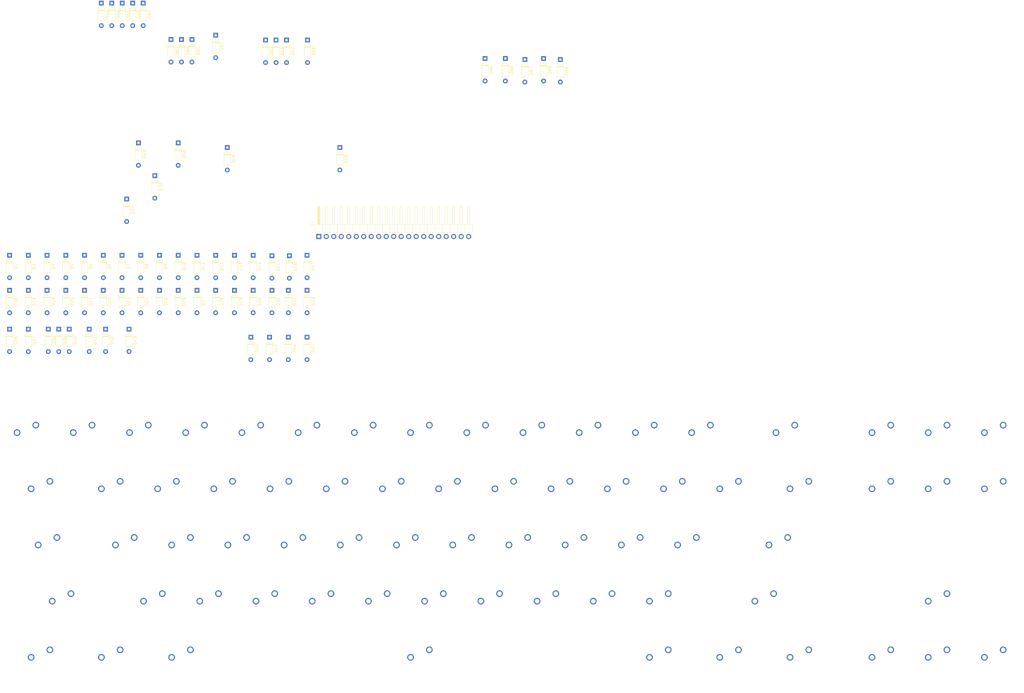
<source format=kicad_pcb>
(kicad_pcb (version 20171130) (host pcbnew "(5.1.6)-1")
  (layers (0 F.Cu signal) (31 B.Cu signal) (34 B.Paste user) (35 F.Paste user) (36 B.SilkS user) (37 F.SilkS user) (38 B.Mask user) (39 F.Mask user) (44 Edge.Cuts user))
  (net 0 "")
  (net 1 "Net-(D1-Pad2)")
  (net 2 Row0)
  (net 3 "Net-(D2-Pad2)")
  (net 4 "Net-(D3-Pad2)")
  (net 5 "Net-(D4-Pad2)")
  (net 6 "Net-(D5-Pad2)")
  (net 7 "Net-(D6-Pad2)")
  (net 8 "Net-(D7-Pad2)")
  (net 9 "Net-(D8-Pad2)")
  (net 10 "Net-(D9-Pad2)")
  (net 11 "Net-(D10-Pad2)")
  (net 12 "Net-(D11-Pad2)")
  (net 13 "Net-(D12-Pad2)")
  (net 14 "Net-(D13-Pad2)")
  (net 15 "Net-(D14-Pad2)")
  (net 16 "Net-(D15-Pad2)")
  (net 17 "Net-(D16-Pad2)")
  (net 18 "Net-(D17-Pad2)")
  (net 19 "Net-(D18-Pad2)")
  (net 20 Row1)
  (net 21 "Net-(D19-Pad2)")
  (net 22 "Net-(D20-Pad2)")
  (net 23 "Net-(D21-Pad2)")
  (net 24 "Net-(D22-Pad2)")
  (net 25 "Net-(D23-Pad2)")
  (net 26 "Net-(D24-Pad2)")
  (net 27 "Net-(D25-Pad2)")
  (net 28 "Net-(D26-Pad2)")
  (net 29 "Net-(D27-Pad2)")
  (net 30 "Net-(D28-Pad2)")
  (net 31 "Net-(D29-Pad2)")
  (net 32 "Net-(D30-Pad2)")
  (net 33 "Net-(D31-Pad2)")
  (net 34 "Net-(D32-Pad2)")
  (net 35 "Net-(D33-Pad2)")
  (net 36 "Net-(D34-Pad2)")
  (net 37 "Net-(D35-Pad2)")
  (net 38 Row2)
  (net 39 "Net-(D36-Pad2)")
  (net 40 "Net-(D37-Pad2)")
  (net 41 "Net-(D38-Pad2)")
  (net 42 "Net-(D39-Pad2)")
  (net 43 "Net-(D40-Pad2)")
  (net 44 "Net-(D41-Pad2)")
  (net 45 "Net-(D42-Pad2)")
  (net 46 "Net-(D43-Pad2)")
  (net 47 "Net-(D44-Pad2)")
  (net 48 "Net-(D45-Pad2)")
  (net 49 "Net-(D46-Pad2)")
  (net 50 "Net-(D47-Pad2)")
  (net 51 "Net-(D48-Pad2)")
  (net 52 Row3)
  (net 53 "Net-(D49-Pad2)")
  (net 54 "Net-(D50-Pad2)")
  (net 55 "Net-(D51-Pad2)")
  (net 56 "Net-(D52-Pad2)")
  (net 57 "Net-(D53-Pad2)")
  (net 58 "Net-(D54-Pad2)")
  (net 59 "Net-(D55-Pad2)")
  (net 60 "Net-(D56-Pad2)")
  (net 61 "Net-(D57-Pad2)")
  (net 62 "Net-(D58-Pad2)")
  (net 63 "Net-(D59-Pad2)")
  (net 64 "Net-(D60-Pad2)")
  (net 65 "Net-(D61-Pad2)")
  (net 66 Row4)
  (net 67 "Net-(D62-Pad2)")
  (net 68 "Net-(D63-Pad2)")
  (net 69 "Net-(D65-Pad2)")
  (net 70 "Net-(D66-Pad2)")
  (net 71 "Net-(D67-Pad2)")
  (net 72 "Net-(D68-Pad2)")
  (net 73 "Net-(D69-Pad2)")
  (net 74 "Net-(D70-Pad2)")
  (net 75 Col16)
  (net 76 Col15)
  (net 77 Col14)
  (net 78 Col13)
  (net 79 Col12)
  (net 80 Col11)
  (net 81 Col10)
  (net 82 Col9)
  (net 83 Col8)
  (net 84 Col7)
  (net 85 Col6)
  (net 86 Col5)
  (net 87 Col4)
  (net 88 Col3)
  (net 89 Col2)
  (net 90 Col1)
  (net 91 Col0)
  (module Diode_THT:D_DO-35_SOD27_P7.62mm_Horizontal (layer F.Cu) (at 50.00625 -13.49375 270)
    (fp_text reference D70 (at 3.81 -2.12 90) (layer F.SilkS))
    (fp_text value 1N4148)
    (pad 2 thru_hole oval (at 7.62 0 270) (size 1.6 1.6) (drill 0.8) (layers *.Cu *.Mask) (net 74 "Net-(D70-Pad2)"))
    (pad 1 thru_hole rect (at 0 0 270) (size 1.6 1.6) (drill 0.8) (layers *.Cu *.Mask) (net 66 Row4))
  )
  (module Diode_THT:D_DO-35_SOD27_P7.62mm_Horizontal (layer F.Cu) (at 187.42625 -52.865 270)
    (fp_text reference D69 (at 3.81 -2.12 90) (layer F.SilkS))
    (fp_text value 1N4148)
    (pad 2 thru_hole oval (at 7.62 0 270) (size 1.6 1.6) (drill 0.8) (layers *.Cu *.Mask) (net 73 "Net-(D69-Pad2)"))
    (pad 1 thru_hole rect (at 0 0 270) (size 1.6 1.6) (drill 0.8) (layers *.Cu *.Mask) (net 66 Row4))
  )
  (module Diode_THT:D_DO-35_SOD27_P7.62mm_Horizontal (layer F.Cu) (at 181.76875 -53.2075 270)
    (fp_text reference D68 (at 3.81 -2.12 90) (layer F.SilkS))
    (fp_text value 1N4148)
    (pad 2 thru_hole oval (at 7.62 0 270) (size 1.6 1.6) (drill 0.8) (layers *.Cu *.Mask) (net 72 "Net-(D68-Pad2)"))
    (pad 1 thru_hole rect (at 0 0 270) (size 1.6 1.6) (drill 0.8) (layers *.Cu *.Mask) (net 66 Row4))
  )
  (module Diode_THT:D_DO-35_SOD27_P7.62mm_Horizontal (layer F.Cu) (at 175.41875 -52.865 270)
    (fp_text reference D67 (at 3.81 -2.12 90) (layer F.SilkS))
    (fp_text value 1N4148)
    (pad 2 thru_hole oval (at 7.62 0 270) (size 1.6 1.6) (drill 0.8) (layers *.Cu *.Mask) (net 71 "Net-(D67-Pad2)"))
    (pad 1 thru_hole rect (at 0 0 270) (size 1.6 1.6) (drill 0.8) (layers *.Cu *.Mask) (net 66 Row4))
  )
  (module Diode_THT:D_DO-35_SOD27_P7.62mm_Horizontal (layer F.Cu) (at 168.795 -53.2075 270)
    (fp_text reference D66 (at 3.81 -2.12 90) (layer F.SilkS))
    (fp_text value 1N4148)
    (pad 2 thru_hole oval (at 7.62 0 270) (size 1.6 1.6) (drill 0.8) (layers *.Cu *.Mask) (net 70 "Net-(D66-Pad2)"))
    (pad 1 thru_hole rect (at 0 0 270) (size 1.6 1.6) (drill 0.8) (layers *.Cu *.Mask) (net 66 Row4))
  )
  (module Diode_THT:D_DO-35_SOD27_P7.62mm_Horizontal (layer F.Cu) (at 112.7125 -23.01875 270)
    (fp_text reference D65 (at 3.81 -2.12 90) (layer F.SilkS))
    (fp_text value 1N4148)
    (pad 2 thru_hole oval (at 7.62 0 270) (size 1.6 1.6) (drill 0.8) (layers *.Cu *.Mask) (net 69 "Net-(D65-Pad2)"))
    (pad 1 thru_hole rect (at 0 0 270) (size 1.6 1.6) (drill 0.8) (layers *.Cu *.Mask) (net 66 Row4))
  )
  (module Diode_THT:D_DO-35_SOD27_P7.62mm_Horizontal (layer F.Cu) (at 161.925 -53.2075 270)
    (fp_text reference D64 (at 3.81 -2.12 90) (layer F.SilkS))
    (fp_text value 1N4148)
    (pad 2 thru_hole oval (at 7.62 0 270) (size 1.6 1.6) (drill 0.8) (layers *.Cu *.Mask) (net 52 Row3))
    (pad 1 thru_hole rect (at 0 0 270) (size 1.6 1.6) (drill 0.8) (layers *.Cu *.Mask) (net 66 Row4))
  )
  (module Diode_THT:D_DO-35_SOD27_P7.62mm_Horizontal (layer F.Cu) (at 46.06625 -71.98375 270)
    (fp_text reference D63 (at 3.81 -2.12 90) (layer F.SilkS))
    (fp_text value 1N4148)
    (pad 2 thru_hole oval (at 7.62 0 270) (size 1.6 1.6) (drill 0.8) (layers *.Cu *.Mask) (net 68 "Net-(D63-Pad2)"))
    (pad 1 thru_hole rect (at 0 0 270) (size 1.6 1.6) (drill 0.8) (layers *.Cu *.Mask) (net 66 Row4))
  )
  (module Diode_THT:D_DO-35_SOD27_P7.62mm_Horizontal (layer F.Cu) (at 55.495 -59.64 270)
    (fp_text reference D62 (at 3.81 -2.12 90) (layer F.SilkS))
    (fp_text value 1N4148)
    (pad 2 thru_hole oval (at 7.62 0 270) (size 1.6 1.6) (drill 0.8) (layers *.Cu *.Mask) (net 67 "Net-(D62-Pad2)"))
    (pad 1 thru_hole rect (at 0 0 270) (size 1.6 1.6) (drill 0.8) (layers *.Cu *.Mask) (net 66 Row4))
  )
  (module Diode_THT:D_DO-35_SOD27_P7.62mm_Horizontal (layer F.Cu) (at 38.96625 -71.98375 270)
    (fp_text reference D61 (at 3.81 -2.12 90) (layer F.SilkS))
    (fp_text value 1N4148)
    (pad 2 thru_hole oval (at 7.62 0 270) (size 1.6 1.6) (drill 0.8) (layers *.Cu *.Mask) (net 65 "Net-(D61-Pad2)"))
    (pad 1 thru_hole rect (at 0 0 270) (size 1.6 1.6) (drill 0.8) (layers *.Cu *.Mask) (net 66 Row4))
  )
  (module Diode_THT:D_DO-35_SOD27_P7.62mm_Horizontal (layer F.Cu) (at 35.41625 -71.98375 270)
    (fp_text reference D60 (at 3.81 -2.12 90) (layer F.SilkS))
    (fp_text value 1N4148)
    (pad 2 thru_hole oval (at 7.62 0 270) (size 1.6 1.6) (drill 0.8) (layers *.Cu *.Mask) (net 64 "Net-(D60-Pad2)"))
    (pad 1 thru_hole rect (at 0 0 270) (size 1.6 1.6) (drill 0.8) (layers *.Cu *.Mask) (net 52 Row3))
  )
  (module Diode_THT:D_DO-35_SOD27_P7.62mm_Horizontal (layer F.Cu) (at 31.86625 -71.98375 270)
    (fp_text reference D59 (at 3.81 -2.12 90) (layer F.SilkS))
    (fp_text value 1N4148)
    (pad 2 thru_hole oval (at 7.62 0 270) (size 1.6 1.6) (drill 0.8) (layers *.Cu *.Mask) (net 63 "Net-(D59-Pad2)"))
    (pad 1 thru_hole rect (at 0 0 270) (size 1.6 1.6) (drill 0.8) (layers *.Cu *.Mask) (net 52 Row3))
  )
  (module Diode_THT:D_DO-35_SOD27_P7.62mm_Horizontal (layer F.Cu) (at 101.75 -59.46375 270)
    (fp_text reference D58 (at 3.81 -2.12 90) (layer F.SilkS))
    (fp_text value 1N4148)
    (pad 2 thru_hole oval (at 7.62 0 270) (size 1.6 1.6) (drill 0.8) (layers *.Cu *.Mask) (net 62 "Net-(D58-Pad2)"))
    (pad 1 thru_hole rect (at 0 0 270) (size 1.6 1.6) (drill 0.8) (layers *.Cu *.Mask) (net 52 Row3))
  )
  (module Diode_THT:D_DO-35_SOD27_P7.62mm_Horizontal (layer F.Cu) (at 70.64375 -61.11875 270)
    (fp_text reference D57 (at 3.81 -2.12 90) (layer F.SilkS))
    (fp_text value 1N4148)
    (pad 2 thru_hole oval (at 7.62 0 270) (size 1.6 1.6) (drill 0.8) (layers *.Cu *.Mask) (net 61 "Net-(D57-Pad2)"))
    (pad 1 thru_hole rect (at 0 0 270) (size 1.6 1.6) (drill 0.8) (layers *.Cu *.Mask) (net 52 Row3))
  )
  (module Diode_THT:D_DO-35_SOD27_P7.62mm_Horizontal (layer F.Cu) (at 57.94375 -24.60625 270)
    (fp_text reference D56 (at 3.81 -2.12 90) (layer F.SilkS))
    (fp_text value 1N4148)
    (pad 2 thru_hole oval (at 7.62 0 270) (size 1.6 1.6) (drill 0.8) (layers *.Cu *.Mask) (net 60 "Net-(D56-Pad2)"))
    (pad 1 thru_hole rect (at 0 0 270) (size 1.6 1.6) (drill 0.8) (layers *.Cu *.Mask) (net 52 Row3))
  )
  (module Diode_THT:D_DO-35_SOD27_P7.62mm_Horizontal (layer F.Cu) (at 62.595 -59.64 270)
    (fp_text reference D55 (at 3.81 -2.12 90) (layer F.SilkS))
    (fp_text value 1N4148)
    (pad 2 thru_hole oval (at 7.62 0 270) (size 1.6 1.6) (drill 0.8) (layers *.Cu *.Mask) (net 59 "Net-(D55-Pad2)"))
    (pad 1 thru_hole rect (at 0 0 270) (size 1.6 1.6) (drill 0.8) (layers *.Cu *.Mask) (net 52 Row3))
  )
  (module Diode_THT:D_DO-35_SOD27_P7.62mm_Horizontal (layer F.Cu) (at 59.045 -59.64 270)
    (fp_text reference D54 (at 3.81 -2.12 90) (layer F.SilkS))
    (fp_text value 1N4148)
    (pad 2 thru_hole oval (at 7.62 0 270) (size 1.6 1.6) (drill 0.8) (layers *.Cu *.Mask) (net 58 "Net-(D54-Pad2)"))
    (pad 1 thru_hole rect (at 0 0 270) (size 1.6 1.6) (drill 0.8) (layers *.Cu *.Mask) (net 52 Row3))
  )
  (module Diode_THT:D_DO-35_SOD27_P7.62mm_Horizontal (layer F.Cu) (at 42.51625 -71.98375 270)
    (fp_text reference D53 (at 3.81 -2.12 90) (layer F.SilkS))
    (fp_text value 1N4148)
    (pad 2 thru_hole oval (at 7.62 0 270) (size 1.6 1.6) (drill 0.8) (layers *.Cu *.Mask) (net 57 "Net-(D53-Pad2)"))
    (pad 1 thru_hole rect (at 0 0 270) (size 1.6 1.6) (drill 0.8) (layers *.Cu *.Mask) (net 52 Row3))
  )
  (module Diode_THT:D_DO-35_SOD27_P7.62mm_Horizontal (layer F.Cu) (at 94.65 -59.46375 270)
    (fp_text reference D52 (at 3.81 -2.12 90) (layer F.SilkS))
    (fp_text value 1N4148)
    (pad 2 thru_hole oval (at 7.62 0 270) (size 1.6 1.6) (drill 0.8) (layers *.Cu *.Mask) (net 56 "Net-(D52-Pad2)"))
    (pad 1 thru_hole rect (at 0 0 270) (size 1.6 1.6) (drill 0.8) (layers *.Cu *.Mask) (net 52 Row3))
  )
  (module Diode_THT:D_DO-35_SOD27_P7.62mm_Horizontal (layer F.Cu) (at 91.1 -59.46375 270)
    (fp_text reference D51 (at 3.81 -2.12 90) (layer F.SilkS))
    (fp_text value 1N4148)
    (pad 2 thru_hole oval (at 7.62 0 270) (size 1.6 1.6) (drill 0.8) (layers *.Cu *.Mask) (net 55 "Net-(D51-Pad2)"))
    (pad 1 thru_hole rect (at 0 0 270) (size 1.6 1.6) (drill 0.8) (layers *.Cu *.Mask) (net 52 Row3))
  )
  (module Diode_THT:D_DO-35_SOD27_P7.62mm_Horizontal (layer F.Cu) (at 87.55 -59.46375 270)
    (fp_text reference D50 (at 3.81 -2.12 90) (layer F.SilkS))
    (fp_text value 1N4148)
    (pad 2 thru_hole oval (at 7.62 0 270) (size 1.6 1.6) (drill 0.8) (layers *.Cu *.Mask) (net 54 "Net-(D50-Pad2)"))
    (pad 1 thru_hole rect (at 0 0 270) (size 1.6 1.6) (drill 0.8) (layers *.Cu *.Mask) (net 52 Row3))
  )
  (module Diode_THT:D_DO-35_SOD27_P7.62mm_Horizontal (layer F.Cu) (at 44.45 -24.60625 270)
    (fp_text reference D49 (at 3.81 -2.12 90) (layer F.SilkS))
    (fp_text value 1N4148)
    (pad 2 thru_hole oval (at 7.62 0 270) (size 1.6 1.6) (drill 0.8) (layers *.Cu *.Mask) (net 53 "Net-(D49-Pad2)"))
    (pad 1 thru_hole rect (at 0 0 270) (size 1.6 1.6) (drill 0.8) (layers *.Cu *.Mask) (net 52 Row3))
  )
  (module Diode_THT:D_DO-35_SOD27_P7.62mm_Horizontal (layer F.Cu) (at 74.56875 -23.01875 270)
    (fp_text reference D48 (at 3.81 -2.12 90) (layer F.SilkS))
    (fp_text value 1N4148)
    (pad 2 thru_hole oval (at 7.62 0 270) (size 1.6 1.6) (drill 0.8) (layers *.Cu *.Mask) (net 51 "Net-(D48-Pad2)"))
    (pad 1 thru_hole rect (at 0 0 270) (size 1.6 1.6) (drill 0.8) (layers *.Cu *.Mask) (net 52 Row3))
  )
  (module Diode_THT:D_DO-35_SOD27_P7.62mm_Horizontal (layer F.Cu) (at 101.6 41.275 270)
    (fp_text reference D47 (at 3.81 -2.12 90) (layer F.SilkS))
    (fp_text value 1N4148)
    (pad 2 thru_hole oval (at 7.62 0 270) (size 1.6 1.6) (drill 0.8) (layers *.Cu *.Mask) (net 50 "Net-(D47-Pad2)"))
    (pad 1 thru_hole rect (at 0 0 270) (size 1.6 1.6) (drill 0.8) (layers *.Cu *.Mask) (net 38 Row2))
  )
  (module Diode_THT:D_DO-35_SOD27_P7.62mm_Horizontal (layer F.Cu) (at 95.25 41.275 270)
    (fp_text reference D46 (at 3.81 -2.12 90) (layer F.SilkS))
    (fp_text value 1N4148)
    (pad 2 thru_hole oval (at 7.62 0 270) (size 1.6 1.6) (drill 0.8) (layers *.Cu *.Mask) (net 49 "Net-(D46-Pad2)"))
    (pad 1 thru_hole rect (at 0 0 270) (size 1.6 1.6) (drill 0.8) (layers *.Cu *.Mask) (net 38 Row2))
  )
  (module Diode_THT:D_DO-35_SOD27_P7.62mm_Horizontal (layer F.Cu) (at 88.9 41.275 270)
    (fp_text reference D45 (at 3.81 -2.12 90) (layer F.SilkS))
    (fp_text value 1N4148)
    (pad 2 thru_hole oval (at 7.62 0 270) (size 1.6 1.6) (drill 0.8) (layers *.Cu *.Mask) (net 48 "Net-(D45-Pad2)"))
    (pad 1 thru_hole rect (at 0 0 270) (size 1.6 1.6) (drill 0.8) (layers *.Cu *.Mask) (net 38 Row2))
  )
  (module Diode_THT:D_DO-35_SOD27_P7.62mm_Horizontal (layer F.Cu) (at 82.55 41.275 270)
    (fp_text reference D44 (at 3.81 -2.12 90) (layer F.SilkS))
    (fp_text value 1N4148)
    (pad 2 thru_hole oval (at 7.62 0 270) (size 1.6 1.6) (drill 0.8) (layers *.Cu *.Mask) (net 47 "Net-(D44-Pad2)"))
    (pad 1 thru_hole rect (at 0 0 270) (size 1.6 1.6) (drill 0.8) (layers *.Cu *.Mask) (net 38 Row2))
  )
  (module Diode_THT:D_DO-35_SOD27_P7.62mm_Horizontal (layer F.Cu) (at 41.275 38.55125 270)
    (fp_text reference D43 (at 3.81 -2.12 90) (layer F.SilkS))
    (fp_text value 1N4148)
    (pad 2 thru_hole oval (at 7.62 0 270) (size 1.6 1.6) (drill 0.8) (layers *.Cu *.Mask) (net 46 "Net-(D43-Pad2)"))
    (pad 1 thru_hole rect (at 0 0 270) (size 1.6 1.6) (drill 0.8) (layers *.Cu *.Mask) (net 38 Row2))
  )
  (module Diode_THT:D_DO-35_SOD27_P7.62mm_Horizontal (layer F.Cu) (at 33.3375 38.55125 270)
    (fp_text reference D42 (at 3.81 -2.12 90) (layer F.SilkS))
    (fp_text value 1N4148)
    (pad 2 thru_hole oval (at 7.62 0 270) (size 1.6 1.6) (drill 0.8) (layers *.Cu *.Mask) (net 45 "Net-(D42-Pad2)"))
    (pad 1 thru_hole rect (at 0 0 270) (size 1.6 1.6) (drill 0.8) (layers *.Cu *.Mask) (net 38 Row2))
  )
  (module Diode_THT:D_DO-35_SOD27_P7.62mm_Horizontal (layer F.Cu) (at 27.78125 38.55125 270)
    (fp_text reference D41 (at 3.81 -2.12 90) (layer F.SilkS))
    (fp_text value 1N4148)
    (pad 2 thru_hole oval (at 7.62 0 270) (size 1.6 1.6) (drill 0.8) (layers *.Cu *.Mask) (net 44 "Net-(D41-Pad2)"))
    (pad 1 thru_hole rect (at 0 0 270) (size 1.6 1.6) (drill 0.8) (layers *.Cu *.Mask) (net 38 Row2))
  )
  (module Diode_THT:D_DO-35_SOD27_P7.62mm_Horizontal (layer F.Cu) (at 21.0125 38.55125 270)
    (fp_text reference D40 (at 3.81 -2.12 90) (layer F.SilkS))
    (fp_text value 1N4148)
    (pad 2 thru_hole oval (at 7.62 0 270) (size 1.6 1.6) (drill 0.8) (layers *.Cu *.Mask) (net 43 "Net-(D40-Pad2)"))
    (pad 1 thru_hole rect (at 0 0 270) (size 1.6 1.6) (drill 0.8) (layers *.Cu *.Mask) (net 38 Row2))
  )
  (module Diode_THT:D_DO-35_SOD27_P7.62mm_Horizontal (layer F.Cu) (at 17.4625 38.55125 270)
    (fp_text reference D39 (at 3.81 -2.12 90) (layer F.SilkS))
    (fp_text value 1N4148)
    (pad 2 thru_hole oval (at 7.62 0 270) (size 1.6 1.6) (drill 0.8) (layers *.Cu *.Mask) (net 42 "Net-(D39-Pad2)"))
    (pad 1 thru_hole rect (at 0 0 270) (size 1.6 1.6) (drill 0.8) (layers *.Cu *.Mask) (net 38 Row2))
  )
  (module Diode_THT:D_DO-35_SOD27_P7.62mm_Horizontal (layer F.Cu) (at 13.9125 38.55125 270)
    (fp_text reference D38 (at 3.81 -2.12 90) (layer F.SilkS))
    (fp_text value 1N4148)
    (pad 2 thru_hole oval (at 7.62 0 270) (size 1.6 1.6) (drill 0.8) (layers *.Cu *.Mask) (net 41 "Net-(D38-Pad2)"))
    (pad 1 thru_hole rect (at 0 0 270) (size 1.6 1.6) (drill 0.8) (layers *.Cu *.Mask) (net 38 Row2))
  )
  (module Diode_THT:D_DO-35_SOD27_P7.62mm_Horizontal (layer F.Cu) (at 7.14375 38.55125 270)
    (fp_text reference D37 (at 3.81 -2.12 90) (layer F.SilkS))
    (fp_text value 1N4148)
    (pad 2 thru_hole oval (at 7.62 0 270) (size 1.6 1.6) (drill 0.8) (layers *.Cu *.Mask) (net 40 "Net-(D37-Pad2)"))
    (pad 1 thru_hole rect (at 0 0 270) (size 1.6 1.6) (drill 0.8) (layers *.Cu *.Mask) (net 38 Row2))
  )
  (module Diode_THT:D_DO-35_SOD27_P7.62mm_Horizontal (layer F.Cu) (at 0.79375 38.55125 270)
    (fp_text reference D36 (at 3.81 -2.12 90) (layer F.SilkS))
    (fp_text value 1N4148)
    (pad 2 thru_hole oval (at 7.62 0 270) (size 1.6 1.6) (drill 0.8) (layers *.Cu *.Mask) (net 39 "Net-(D36-Pad2)"))
    (pad 1 thru_hole rect (at 0 0 270) (size 1.6 1.6) (drill 0.8) (layers *.Cu *.Mask) (net 38 Row2))
  )
  (module Diode_THT:D_DO-35_SOD27_P7.62mm_Horizontal (layer F.Cu) (at 0.79375 25.4 270)
    (fp_text reference D35 (at 3.81 -2.12 90) (layer F.SilkS))
    (fp_text value 1N4148)
    (pad 2 thru_hole oval (at 7.62 0 270) (size 1.6 1.6) (drill 0.8) (layers *.Cu *.Mask) (net 37 "Net-(D35-Pad2)"))
    (pad 1 thru_hole rect (at 0 0 270) (size 1.6 1.6) (drill 0.8) (layers *.Cu *.Mask) (net 38 Row2))
  )
  (module Diode_THT:D_DO-35_SOD27_P7.62mm_Horizontal (layer F.Cu) (at 40.48125 -5.55625 270)
    (fp_text reference D34 (at 3.81 -2.12 90) (layer F.SilkS))
    (fp_text value 1N4148)
    (pad 2 thru_hole oval (at 7.62 0 270) (size 1.6 1.6) (drill 0.8) (layers *.Cu *.Mask) (net 36 "Net-(D34-Pad2)"))
    (pad 1 thru_hole rect (at 0 0 270) (size 1.6 1.6) (drill 0.8) (layers *.Cu *.Mask) (net 20 Row1))
  )
  (module Diode_THT:D_DO-35_SOD27_P7.62mm_Horizontal (layer F.Cu) (at 101.6 25.4 270)
    (fp_text reference D33 (at 3.81 -2.12 90) (layer F.SilkS))
    (fp_text value 1N4148)
    (pad 2 thru_hole oval (at 7.62 0 270) (size 1.6 1.6) (drill 0.8) (layers *.Cu *.Mask) (net 35 "Net-(D33-Pad2)"))
    (pad 1 thru_hole rect (at 0 0 270) (size 1.6 1.6) (drill 0.8) (layers *.Cu *.Mask) (net 20 Row1))
  )
  (module Diode_THT:D_DO-35_SOD27_P7.62mm_Horizontal (layer F.Cu) (at 95.25 25.4 270)
    (fp_text reference D32 (at 3.81 -2.12 90) (layer F.SilkS))
    (fp_text value 1N4148)
    (pad 2 thru_hole oval (at 7.62 0 270) (size 1.6 1.6) (drill 0.8) (layers *.Cu *.Mask) (net 34 "Net-(D32-Pad2)"))
    (pad 1 thru_hole rect (at 0 0 270) (size 1.6 1.6) (drill 0.8) (layers *.Cu *.Mask) (net 20 Row1))
  )
  (module Diode_THT:D_DO-35_SOD27_P7.62mm_Horizontal (layer F.Cu) (at 89.69375 25.4 270)
    (fp_text reference D31 (at 3.81 -2.12 90) (layer F.SilkS))
    (fp_text value 1N4148)
    (pad 2 thru_hole oval (at 7.62 0 270) (size 1.6 1.6) (drill 0.8) (layers *.Cu *.Mask) (net 33 "Net-(D31-Pad2)"))
    (pad 1 thru_hole rect (at 0 0 270) (size 1.6 1.6) (drill 0.8) (layers *.Cu *.Mask) (net 20 Row1))
  )
  (module Diode_THT:D_DO-35_SOD27_P7.62mm_Horizontal (layer F.Cu) (at 83.34375 25.4 270)
    (fp_text reference D30 (at 3.81 -2.12 90) (layer F.SilkS))
    (fp_text value 1N4148)
    (pad 2 thru_hole oval (at 7.62 0 270) (size 1.6 1.6) (drill 0.8) (layers *.Cu *.Mask) (net 32 "Net-(D30-Pad2)"))
    (pad 1 thru_hole rect (at 0 0 270) (size 1.6 1.6) (drill 0.8) (layers *.Cu *.Mask) (net 20 Row1))
  )
  (module Diode_THT:D_DO-35_SOD27_P7.62mm_Horizontal (layer F.Cu) (at 76.99375 25.4 270)
    (fp_text reference D29 (at 3.81 -2.12 90) (layer F.SilkS))
    (fp_text value 1N4148)
    (pad 2 thru_hole oval (at 7.62 0 270) (size 1.6 1.6) (drill 0.8) (layers *.Cu *.Mask) (net 31 "Net-(D29-Pad2)"))
    (pad 1 thru_hole rect (at 0 0 270) (size 1.6 1.6) (drill 0.8) (layers *.Cu *.Mask) (net 20 Row1))
  )
  (module Diode_THT:D_DO-35_SOD27_P7.62mm_Horizontal (layer F.Cu) (at 70.64375 25.4 270)
    (fp_text reference D28 (at 3.81 -2.12 90) (layer F.SilkS))
    (fp_text value 1N4148)
    (pad 2 thru_hole oval (at 7.62 0 270) (size 1.6 1.6) (drill 0.8) (layers *.Cu *.Mask) (net 30 "Net-(D28-Pad2)"))
    (pad 1 thru_hole rect (at 0 0 270) (size 1.6 1.6) (drill 0.8) (layers *.Cu *.Mask) (net 20 Row1))
  )
  (module Diode_THT:D_DO-35_SOD27_P7.62mm_Horizontal (layer F.Cu) (at 64.29375 25.4 270)
    (fp_text reference D27 (at 3.81 -2.12 90) (layer F.SilkS))
    (fp_text value 1N4148)
    (pad 2 thru_hole oval (at 7.62 0 270) (size 1.6 1.6) (drill 0.8) (layers *.Cu *.Mask) (net 29 "Net-(D27-Pad2)"))
    (pad 1 thru_hole rect (at 0 0 270) (size 1.6 1.6) (drill 0.8) (layers *.Cu *.Mask) (net 20 Row1))
  )
  (module Diode_THT:D_DO-35_SOD27_P7.62mm_Horizontal (layer F.Cu) (at 57.94375 25.4 270)
    (fp_text reference D26 (at 3.81 -2.12 90) (layer F.SilkS))
    (fp_text value 1N4148)
    (pad 2 thru_hole oval (at 7.62 0 270) (size 1.6 1.6) (drill 0.8) (layers *.Cu *.Mask) (net 28 "Net-(D26-Pad2)"))
    (pad 1 thru_hole rect (at 0 0 270) (size 1.6 1.6) (drill 0.8) (layers *.Cu *.Mask) (net 20 Row1))
  )
  (module Diode_THT:D_DO-35_SOD27_P7.62mm_Horizontal (layer F.Cu) (at 51.59375 25.4 270)
    (fp_text reference D25 (at 3.81 -2.12 90) (layer F.SilkS))
    (fp_text value 1N4148)
    (pad 2 thru_hole oval (at 7.62 0 270) (size 1.6 1.6) (drill 0.8) (layers *.Cu *.Mask) (net 27 "Net-(D25-Pad2)"))
    (pad 1 thru_hole rect (at 0 0 270) (size 1.6 1.6) (drill 0.8) (layers *.Cu *.Mask) (net 20 Row1))
  )
  (module Diode_THT:D_DO-35_SOD27_P7.62mm_Horizontal (layer F.Cu) (at 45.24375 25.4 270)
    (fp_text reference D24 (at 3.81 -2.12 90) (layer F.SilkS))
    (fp_text value 1N4148)
    (pad 2 thru_hole oval (at 7.62 0 270) (size 1.6 1.6) (drill 0.8) (layers *.Cu *.Mask) (net 26 "Net-(D24-Pad2)"))
    (pad 1 thru_hole rect (at 0 0 270) (size 1.6 1.6) (drill 0.8) (layers *.Cu *.Mask) (net 20 Row1))
  )
  (module Diode_THT:D_DO-35_SOD27_P7.62mm_Horizontal (layer F.Cu) (at 38.89375 25.4 270)
    (fp_text reference D23 (at 3.81 -2.12 90) (layer F.SilkS))
    (fp_text value 1N4148)
    (pad 2 thru_hole oval (at 7.62 0 270) (size 1.6 1.6) (drill 0.8) (layers *.Cu *.Mask) (net 25 "Net-(D23-Pad2)"))
    (pad 1 thru_hole rect (at 0 0 270) (size 1.6 1.6) (drill 0.8) (layers *.Cu *.Mask) (net 20 Row1))
  )
  (module Diode_THT:D_DO-35_SOD27_P7.62mm_Horizontal (layer F.Cu) (at 32.54375 25.4 270)
    (fp_text reference D22 (at 3.81 -2.12 90) (layer F.SilkS))
    (fp_text value 1N4148)
    (pad 2 thru_hole oval (at 7.62 0 270) (size 1.6 1.6) (drill 0.8) (layers *.Cu *.Mask) (net 24 "Net-(D22-Pad2)"))
    (pad 1 thru_hole rect (at 0 0 270) (size 1.6 1.6) (drill 0.8) (layers *.Cu *.Mask) (net 20 Row1))
  )
  (module Diode_THT:D_DO-35_SOD27_P7.62mm_Horizontal (layer F.Cu) (at 26.19375 25.4 270)
    (fp_text reference D21 (at 3.81 -2.12 90) (layer F.SilkS))
    (fp_text value 1N4148)
    (pad 2 thru_hole oval (at 7.62 0 270) (size 1.6 1.6) (drill 0.8) (layers *.Cu *.Mask) (net 23 "Net-(D21-Pad2)"))
    (pad 1 thru_hole rect (at 0 0 270) (size 1.6 1.6) (drill 0.8) (layers *.Cu *.Mask) (net 20 Row1))
  )
  (module Diode_THT:D_DO-35_SOD27_P7.62mm_Horizontal (layer F.Cu) (at 19.84375 25.4 270)
    (fp_text reference D20 (at 3.81 -2.12 90) (layer F.SilkS))
    (fp_text value 1N4148)
    (pad 2 thru_hole oval (at 7.62 0 270) (size 1.6 1.6) (drill 0.8) (layers *.Cu *.Mask) (net 22 "Net-(D20-Pad2)"))
    (pad 1 thru_hole rect (at 0 0 270) (size 1.6 1.6) (drill 0.8) (layers *.Cu *.Mask) (net 20 Row1))
  )
  (module Diode_THT:D_DO-35_SOD27_P7.62mm_Horizontal (layer F.Cu) (at 13.49375 25.4 270)
    (fp_text reference D19 (at 3.81 -2.12 90) (layer F.SilkS))
    (fp_text value 1N4148)
    (pad 2 thru_hole oval (at 7.62 0 270) (size 1.6 1.6) (drill 0.8) (layers *.Cu *.Mask) (net 21 "Net-(D19-Pad2)"))
    (pad 1 thru_hole rect (at 0 0 270) (size 1.6 1.6) (drill 0.8) (layers *.Cu *.Mask) (net 20 Row1))
  )
  (module Diode_THT:D_DO-35_SOD27_P7.62mm_Horizontal (layer F.Cu) (at 7.14375 25.4 270)
    (fp_text reference D18 (at 3.81 -2.12 90) (layer F.SilkS))
    (fp_text value 1N4148)
    (pad 2 thru_hole oval (at 7.62 0 270) (size 1.6 1.6) (drill 0.8) (layers *.Cu *.Mask) (net 19 "Net-(D18-Pad2)"))
    (pad 1 thru_hole rect (at 0 0 270) (size 1.6 1.6) (drill 0.8) (layers *.Cu *.Mask) (net 20 Row1))
  )
  (module Diode_THT:D_DO-35_SOD27_P7.62mm_Horizontal (layer F.Cu) (at 101.6 13.49375 270)
    (fp_text reference D17 (at 3.81 -2.12 90) (layer F.SilkS))
    (fp_text value 1N4148)
    (pad 2 thru_hole oval (at 7.62 0 270) (size 1.6 1.6) (drill 0.8) (layers *.Cu *.Mask) (net 18 "Net-(D17-Pad2)"))
    (pad 1 thru_hole rect (at 0 0 270) (size 1.6 1.6) (drill 0.8) (layers *.Cu *.Mask) (net 2 Row0))
  )
  (module Diode_THT:D_DO-35_SOD27_P7.62mm_Horizontal (layer F.Cu) (at 95.6025 13.6525 270)
    (fp_text reference D16 (at 3.81 -2.12 90) (layer F.SilkS))
    (fp_text value 1N4148)
    (pad 2 thru_hole oval (at 7.62 0 270) (size 1.6 1.6) (drill 0.8) (layers *.Cu *.Mask) (net 17 "Net-(D16-Pad2)"))
    (pad 1 thru_hole rect (at 0 0 270) (size 1.6 1.6) (drill 0.8) (layers *.Cu *.Mask) (net 2 Row0))
  )
  (module Diode_THT:D_DO-35_SOD27_P7.62mm_Horizontal (layer F.Cu) (at 89.69375 13.6525 270)
    (fp_text reference D15 (at 3.81 -2.12 90) (layer F.SilkS))
    (fp_text value 1N4148)
    (pad 2 thru_hole oval (at 7.62 0 270) (size 1.6 1.6) (drill 0.8) (layers *.Cu *.Mask) (net 16 "Net-(D15-Pad2)"))
    (pad 1 thru_hole rect (at 0 0 270) (size 1.6 1.6) (drill 0.8) (layers *.Cu *.Mask) (net 2 Row0))
  )
  (module Diode_THT:D_DO-35_SOD27_P7.62mm_Horizontal (layer F.Cu) (at 83.34375 13.49375 270)
    (fp_text reference D14 (at 3.81 -2.12 90) (layer F.SilkS))
    (fp_text value 1N4148)
    (pad 2 thru_hole oval (at 7.62 0 270) (size 1.6 1.6) (drill 0.8) (layers *.Cu *.Mask) (net 15 "Net-(D14-Pad2)"))
    (pad 1 thru_hole rect (at 0 0 270) (size 1.6 1.6) (drill 0.8) (layers *.Cu *.Mask) (net 2 Row0))
  )
  (module Diode_THT:D_DO-35_SOD27_P7.62mm_Horizontal (layer F.Cu) (at 76.99375 13.49375 270)
    (fp_text reference D13 (at 3.81 -2.12 90) (layer F.SilkS))
    (fp_text value 1N4148)
    (pad 2 thru_hole oval (at 7.62 0 270) (size 1.6 1.6) (drill 0.8) (layers *.Cu *.Mask) (net 14 "Net-(D13-Pad2)"))
    (pad 1 thru_hole rect (at 0 0 270) (size 1.6 1.6) (drill 0.8) (layers *.Cu *.Mask) (net 2 Row0))
  )
  (module Diode_THT:D_DO-35_SOD27_P7.62mm_Horizontal (layer F.Cu) (at 70.64375 13.49375 270)
    (fp_text reference D12 (at 3.81 -2.12 90) (layer F.SilkS))
    (fp_text value 1N4148)
    (pad 2 thru_hole oval (at 7.62 0 270) (size 1.6 1.6) (drill 0.8) (layers *.Cu *.Mask) (net 13 "Net-(D12-Pad2)"))
    (pad 1 thru_hole rect (at 0 0 270) (size 1.6 1.6) (drill 0.8) (layers *.Cu *.Mask) (net 2 Row0))
  )
  (module Diode_THT:D_DO-35_SOD27_P7.62mm_Horizontal (layer F.Cu) (at 64.29375 13.49375 270)
    (fp_text reference D11 (at 3.81 -2.12 90) (layer F.SilkS))
    (fp_text value 1N4148)
    (pad 2 thru_hole oval (at 7.62 0 270) (size 1.6 1.6) (drill 0.8) (layers *.Cu *.Mask) (net 12 "Net-(D11-Pad2)"))
    (pad 1 thru_hole rect (at 0 0 270) (size 1.6 1.6) (drill 0.8) (layers *.Cu *.Mask) (net 2 Row0))
  )
  (module Diode_THT:D_DO-35_SOD27_P7.62mm_Horizontal (layer F.Cu) (at 57.94375 13.49375 270)
    (fp_text reference D10 (at 3.81 -2.12 90) (layer F.SilkS))
    (fp_text value 1N4148)
    (pad 2 thru_hole oval (at 7.62 0 270) (size 1.6 1.6) (drill 0.8) (layers *.Cu *.Mask) (net 11 "Net-(D10-Pad2)"))
    (pad 1 thru_hole rect (at 0 0 270) (size 1.6 1.6) (drill 0.8) (layers *.Cu *.Mask) (net 2 Row0))
  )
  (module Diode_THT:D_DO-35_SOD27_P7.62mm_Horizontal (layer F.Cu) (at 51.59375 13.49375 270)
    (fp_text reference D9 (at 3.81 -2.12 90) (layer F.SilkS))
    (fp_text value 1N4148)
    (pad 2 thru_hole oval (at 7.62 0 270) (size 1.6 1.6) (drill 0.8) (layers *.Cu *.Mask) (net 10 "Net-(D9-Pad2)"))
    (pad 1 thru_hole rect (at 0 0 270) (size 1.6 1.6) (drill 0.8) (layers *.Cu *.Mask) (net 2 Row0))
  )
  (module Diode_THT:D_DO-35_SOD27_P7.62mm_Horizontal (layer F.Cu) (at 45.24375 13.49375 270)
    (fp_text reference D8 (at 3.81 -2.12 90) (layer F.SilkS))
    (fp_text value 1N4148)
    (pad 2 thru_hole oval (at 7.62 0 270) (size 1.6 1.6) (drill 0.8) (layers *.Cu *.Mask) (net 9 "Net-(D8-Pad2)"))
    (pad 1 thru_hole rect (at 0 0 270) (size 1.6 1.6) (drill 0.8) (layers *.Cu *.Mask) (net 2 Row0))
  )
  (module Diode_THT:D_DO-35_SOD27_P7.62mm_Horizontal (layer F.Cu) (at 38.89375 13.49375 270)
    (fp_text reference D7 (at 3.81 -2.12 90) (layer F.SilkS))
    (fp_text value 1N4148)
    (pad 2 thru_hole oval (at 7.62 0 270) (size 1.6 1.6) (drill 0.8) (layers *.Cu *.Mask) (net 8 "Net-(D7-Pad2)"))
    (pad 1 thru_hole rect (at 0 0 270) (size 1.6 1.6) (drill 0.8) (layers *.Cu *.Mask) (net 2 Row0))
  )
  (module Diode_THT:D_DO-35_SOD27_P7.62mm_Horizontal (layer F.Cu) (at 32.54375 13.49375 270)
    (fp_text reference D6 (at 3.81 -2.12 90) (layer F.SilkS))
    (fp_text value 1N4148)
    (pad 2 thru_hole oval (at 7.62 0 270) (size 1.6 1.6) (drill 0.8) (layers *.Cu *.Mask) (net 7 "Net-(D6-Pad2)"))
    (pad 1 thru_hole rect (at 0 0 270) (size 1.6 1.6) (drill 0.8) (layers *.Cu *.Mask) (net 2 Row0))
  )
  (module Diode_THT:D_DO-35_SOD27_P7.62mm_Horizontal (layer F.Cu) (at 26.19375 13.49375 270)
    (fp_text reference D5 (at 3.81 -2.12 90) (layer F.SilkS))
    (fp_text value 1N4148)
    (pad 2 thru_hole oval (at 7.62 0 270) (size 1.6 1.6) (drill 0.8) (layers *.Cu *.Mask) (net 6 "Net-(D5-Pad2)"))
    (pad 1 thru_hole rect (at 0 0 270) (size 1.6 1.6) (drill 0.8) (layers *.Cu *.Mask) (net 2 Row0))
  )
  (module Diode_THT:D_DO-35_SOD27_P7.62mm_Horizontal (layer F.Cu) (at 19.84375 13.49375 270)
    (fp_text reference D4 (at 3.81 -2.12 90) (layer F.SilkS))
    (fp_text value 1N4148)
    (pad 2 thru_hole oval (at 7.62 0 270) (size 1.6 1.6) (drill 0.8) (layers *.Cu *.Mask) (net 5 "Net-(D4-Pad2)"))
    (pad 1 thru_hole rect (at 0 0 270) (size 1.6 1.6) (drill 0.8) (layers *.Cu *.Mask) (net 2 Row0))
  )
  (module Diode_THT:D_DO-35_SOD27_P7.62mm_Horizontal (layer F.Cu) (at 13.49375 13.49375 270)
    (fp_text reference D3 (at 3.81 -2.12 90) (layer F.SilkS))
    (fp_text value 1N4148)
    (pad 2 thru_hole oval (at 7.62 0 270) (size 1.6 1.6) (drill 0.8) (layers *.Cu *.Mask) (net 4 "Net-(D3-Pad2)"))
    (pad 1 thru_hole rect (at 0 0 270) (size 1.6 1.6) (drill 0.8) (layers *.Cu *.Mask) (net 2 Row0))
  )
  (module Diode_THT:D_DO-35_SOD27_P7.62mm_Horizontal (layer F.Cu) (at 7.14375 13.49375 270)
    (fp_text reference D2 (at 3.81 -2.12 90) (layer F.SilkS))
    (fp_text value 1N4148)
    (pad 2 thru_hole oval (at 7.62 0 270) (size 1.6 1.6) (drill 0.8) (layers *.Cu *.Mask) (net 3 "Net-(D2-Pad2)"))
    (pad 1 thru_hole rect (at 0 0 270) (size 1.6 1.6) (drill 0.8) (layers *.Cu *.Mask) (net 2 Row0))
  )
  (module Diode_THT:D_DO-35_SOD27_P7.62mm_Horizontal (layer F.Cu) (at 0.79375 13.49375 270)
    (fp_text reference D1 (at 3.81 -2.12 90) (layer F.SilkS))
    (fp_text value 1N4148)
    (pad 2 thru_hole oval (at 7.62 0 270) (size 1.6 1.6) (drill 0.8) (layers *.Cu *.Mask) (net 1 "Net-(D1-Pad2)"))
    (pad 1 thru_hole rect (at 0 0 270) (size 1.6 1.6) (drill 0.8) (layers *.Cu *.Mask) (net 2 Row0))
  )
  (module MX_Only:MXOnly-1.5U-NoLED (layer F.Cu) (at 269.08125 95.25)
    (fp_text reference MX-\1)
    (fp_text value MX-NoLED)
    (pad 2 thru_hole circle (at 2.54 -5.08) (size 2.25 2.25) (drill 1.47) (layers *.Cu B.Mask) (net 32 "Net-(D30-Pad2)"))
    (pad "" np_thru_hole circle (at 0 0) (size 3.9878 3.9878) (drill 3.9878) (layers *.Cu *.Mask))
    (pad 1 thru_hole circle (at -3.81 -2.54) (size 2.25 2.25) (drill 1.47) (layers *.Cu B.Mask) (net 78 Col13))
    (pad "" np_thru_hole circle (at -5.08 0 48.0996) (size 1.75 1.75) (drill 1.75) (layers *.Cu *.Mask))
    (pad "" np_thru_hole circle (at 5.08 0 48.0996) (size 1.75 1.75) (drill 1.75) (layers *.Cu *.Mask))
  )
  (module MX_Only:MXOnly-1.5U-NoLED (layer F.Cu) (at 11.90625 95.25)
    (fp_text reference MX-Tab1)
    (fp_text value MX-NoLED)
    (pad 2 thru_hole circle (at 2.54 -5.08) (size 2.25 2.25) (drill 1.47) (layers *.Cu B.Mask) (net 36 "Net-(D34-Pad2)"))
    (pad "" np_thru_hole circle (at 0 0) (size 3.9878 3.9878) (drill 3.9878) (layers *.Cu *.Mask))
    (pad 1 thru_hole circle (at -3.81 -2.54) (size 2.25 2.25) (drill 1.47) (layers *.Cu B.Mask) (net 91 Col0))
    (pad "" np_thru_hole circle (at -5.08 0 48.0996) (size 1.75 1.75) (drill 1.75) (layers *.Cu *.Mask))
    (pad "" np_thru_hole circle (at 5.08 0 48.0996) (size 1.75 1.75) (drill 1.75) (layers *.Cu *.Mask))
  )
  (module MX_Only:MXOnly-1.5U-NoLED (layer F.Cu) (at 269.08125 152.4)
    (fp_text reference MX-RCtrl1)
    (fp_text value MX-NoLED)
    (pad 2 thru_hole circle (at 2.54 -5.08) (size 2.25 2.25) (drill 1.47) (layers *.Cu B.Mask) (net 71 "Net-(D67-Pad2)"))
    (pad "" np_thru_hole circle (at 0 0) (size 3.9878 3.9878) (drill 3.9878) (layers *.Cu *.Mask))
    (pad 1 thru_hole circle (at -3.81 -2.54) (size 2.25 2.25) (drill 1.47) (layers *.Cu B.Mask) (net 79 Col12))
    (pad "" np_thru_hole circle (at -5.08 0 48.0996) (size 1.75 1.75) (drill 1.75) (layers *.Cu *.Mask))
    (pad "" np_thru_hole circle (at 5.08 0 48.0996) (size 1.75 1.75) (drill 1.75) (layers *.Cu *.Mask))
  )
  (module MX_Only:MXOnly-1.5U-NoLED (layer F.Cu) (at 221.45625 152.4)
    (fp_text reference MX-RAlt1)
    (fp_text value MX-NoLED)
    (pad 2 thru_hole circle (at 2.54 -5.08) (size 2.25 2.25) (drill 1.47) (layers *.Cu B.Mask) (net 69 "Net-(D65-Pad2)"))
    (pad "" np_thru_hole circle (at 0 0) (size 3.9878 3.9878) (drill 3.9878) (layers *.Cu *.Mask))
    (pad 1 thru_hole circle (at -3.81 -2.54) (size 2.25 2.25) (drill 1.47) (layers *.Cu B.Mask) (net 81 Col10))
    (pad "" np_thru_hole circle (at -5.08 0 48.0996) (size 1.75 1.75) (drill 1.75) (layers *.Cu *.Mask))
    (pad "" np_thru_hole circle (at 5.08 0 48.0996) (size 1.75 1.75) (drill 1.75) (layers *.Cu *.Mask))
  )
  (module MX_Only:MXOnly-1.5U-NoLED (layer F.Cu) (at 11.90625 152.4)
    (fp_text reference MX-LCtrl1)
    (fp_text value MX-NoLED)
    (pad 2 thru_hole circle (at 2.54 -5.08) (size 2.25 2.25) (drill 1.47) (layers *.Cu B.Mask) (net 65 "Net-(D61-Pad2)"))
    (pad "" np_thru_hole circle (at 0 0) (size 3.9878 3.9878) (drill 3.9878) (layers *.Cu *.Mask))
    (pad 1 thru_hole circle (at -3.81 -2.54) (size 2.25 2.25) (drill 1.47) (layers *.Cu B.Mask) (net 91 Col0))
    (pad "" np_thru_hole circle (at -5.08 0 48.0996) (size 1.75 1.75) (drill 1.75) (layers *.Cu *.Mask))
    (pad "" np_thru_hole circle (at 5.08 0 48.0996) (size 1.75 1.75) (drill 1.75) (layers *.Cu *.Mask))
  )
  (module MX_Only:MXOnly-1.5U-NoLED (layer F.Cu) (at 59.53125 152.4)
    (fp_text reference MX-LAlt1)
    (fp_text value MX-NoLED)
    (pad 2 thru_hole circle (at 2.54 -5.08) (size 2.25 2.25) (drill 1.47) (layers *.Cu B.Mask) (net 68 "Net-(D63-Pad2)"))
    (pad "" np_thru_hole circle (at 0 0) (size 3.9878 3.9878) (drill 3.9878) (layers *.Cu *.Mask))
    (pad 1 thru_hole circle (at -3.81 -2.54) (size 2.25 2.25) (drill 1.47) (layers *.Cu B.Mask) (net 89 Col2))
    (pad "" np_thru_hole circle (at -5.08 0 48.0996) (size 1.75 1.75) (drill 1.75) (layers *.Cu *.Mask))
    (pad "" np_thru_hole circle (at 5.08 0 48.0996) (size 1.75 1.75) (drill 1.75) (layers *.Cu *.Mask))
  )
  (module MX_Only:MXOnly-1U-NoLED (layer F.Cu) (at 130.96875 95.25)
    (fp_text reference MXY1)
    (fp_text value MX-NoLED)
    (pad 2 thru_hole circle (at 2.54 -5.08) (size 2.25 2.25) (drill 1.47) (layers *.Cu B.Mask) (net 25 "Net-(D23-Pad2)"))
    (pad "" np_thru_hole circle (at 0 0) (size 3.9878 3.9878) (drill 3.9878) (layers *.Cu *.Mask))
    (pad 1 thru_hole circle (at -3.81 -2.54) (size 2.25 2.25) (drill 1.47) (layers *.Cu B.Mask) (net 85 Col6))
    (pad "" np_thru_hole circle (at -5.08 0 48.0996) (size 1.75 1.75) (drill 1.75) (layers *.Cu *.Mask))
    (pad "" np_thru_hole circle (at 5.08 0 48.0996) (size 1.75 1.75) (drill 1.75) (layers *.Cu *.Mask))
  )
  (module MX_Only:MXOnly-1U-NoLED (layer F.Cu) (at 54.76875 95.25)
    (fp_text reference MXW1)
    (fp_text value MX-NoLED)
    (pad 2 thru_hole circle (at 2.54 -5.08) (size 2.25 2.25) (drill 1.47) (layers *.Cu B.Mask) (net 21 "Net-(D19-Pad2)"))
    (pad "" np_thru_hole circle (at 0 0) (size 3.9878 3.9878) (drill 3.9878) (layers *.Cu *.Mask))
    (pad 1 thru_hole circle (at -3.81 -2.54) (size 2.25 2.25) (drill 1.47) (layers *.Cu B.Mask) (net 89 Col2))
    (pad "" np_thru_hole circle (at -5.08 0 48.0996) (size 1.75 1.75) (drill 1.75) (layers *.Cu *.Mask))
    (pad "" np_thru_hole circle (at 5.08 0 48.0996) (size 1.75 1.75) (drill 1.75) (layers *.Cu *.Mask))
  )
  (module MX_Only:MXOnly-1U-NoLED (layer F.Cu) (at 150.01875 95.25)
    (fp_text reference MXU1)
    (fp_text value MX-NoLED)
    (pad 2 thru_hole circle (at 2.54 -5.08) (size 2.25 2.25) (drill 1.47) (layers *.Cu B.Mask) (net 26 "Net-(D24-Pad2)"))
    (pad "" np_thru_hole circle (at 0 0) (size 3.9878 3.9878) (drill 3.9878) (layers *.Cu *.Mask))
    (pad 1 thru_hole circle (at -3.81 -2.54) (size 2.25 2.25) (drill 1.47) (layers *.Cu B.Mask) (net 84 Col7))
    (pad "" np_thru_hole circle (at -5.08 0 48.0996) (size 1.75 1.75) (drill 1.75) (layers *.Cu *.Mask))
    (pad "" np_thru_hole circle (at 5.08 0 48.0996) (size 1.75 1.75) (drill 1.75) (layers *.Cu *.Mask))
  )
  (module MX_Only:MXOnly-1U-NoLED (layer F.Cu) (at 111.91875 95.25)
    (fp_text reference MXT1)
    (fp_text value MX-NoLED)
    (pad 2 thru_hole circle (at 2.54 -5.08) (size 2.25 2.25) (drill 1.47) (layers *.Cu B.Mask) (net 24 "Net-(D22-Pad2)"))
    (pad "" np_thru_hole circle (at 0 0) (size 3.9878 3.9878) (drill 3.9878) (layers *.Cu *.Mask))
    (pad 1 thru_hole circle (at -3.81 -2.54) (size 2.25 2.25) (drill 1.47) (layers *.Cu B.Mask) (net 86 Col5))
    (pad "" np_thru_hole circle (at -5.08 0 48.0996) (size 1.75 1.75) (drill 1.75) (layers *.Cu *.Mask))
    (pad "" np_thru_hole circle (at 5.08 0 48.0996) (size 1.75 1.75) (drill 1.75) (layers *.Cu *.Mask))
  )
  (module MX_Only:MXOnly-1U-NoLED (layer F.Cu) (at 92.86875 95.25)
    (fp_text reference MXR1)
    (fp_text value MX-NoLED)
    (pad 2 thru_hole circle (at 2.54 -5.08) (size 2.25 2.25) (drill 1.47) (layers *.Cu B.Mask) (net 23 "Net-(D21-Pad2)"))
    (pad "" np_thru_hole circle (at 0 0) (size 3.9878 3.9878) (drill 3.9878) (layers *.Cu *.Mask))
    (pad 1 thru_hole circle (at -3.81 -2.54) (size 2.25 2.25) (drill 1.47) (layers *.Cu B.Mask) (net 87 Col4))
    (pad "" np_thru_hole circle (at -5.08 0 48.0996) (size 1.75 1.75) (drill 1.75) (layers *.Cu *.Mask))
    (pad "" np_thru_hole circle (at 5.08 0 48.0996) (size 1.75 1.75) (drill 1.75) (layers *.Cu *.Mask))
  )
  (module MX_Only:MXOnly-1U-NoLED (layer F.Cu) (at 35.71875 95.25)
    (fp_text reference MXQ1)
    (fp_text value MX-NoLED)
    (pad 2 thru_hole circle (at 2.54 -5.08) (size 2.25 2.25) (drill 1.47) (layers *.Cu B.Mask) (net 19 "Net-(D18-Pad2)"))
    (pad "" np_thru_hole circle (at 0 0) (size 3.9878 3.9878) (drill 3.9878) (layers *.Cu *.Mask))
    (pad 1 thru_hole circle (at -3.81 -2.54) (size 2.25 2.25) (drill 1.47) (layers *.Cu B.Mask) (net 90 Col1))
    (pad "" np_thru_hole circle (at -5.08 0 48.0996) (size 1.75 1.75) (drill 1.75) (layers *.Cu *.Mask))
    (pad "" np_thru_hole circle (at 5.08 0 48.0996) (size 1.75 1.75) (drill 1.75) (layers *.Cu *.Mask))
  )
  (module MX_Only:MXOnly-1U-NoLED (layer F.Cu) (at 73.81875 95.25)
    (fp_text reference MXE1)
    (fp_text value MX-NoLED)
    (pad 2 thru_hole circle (at 2.54 -5.08) (size 2.25 2.25) (drill 1.47) (layers *.Cu B.Mask) (net 22 "Net-(D20-Pad2)"))
    (pad "" np_thru_hole circle (at 0 0) (size 3.9878 3.9878) (drill 3.9878) (layers *.Cu *.Mask))
    (pad 1 thru_hole circle (at -3.81 -2.54) (size 2.25 2.25) (drill 1.47) (layers *.Cu B.Mask) (net 88 Col3))
    (pad "" np_thru_hole circle (at -5.08 0 48.0996) (size 1.75 1.75) (drill 1.75) (layers *.Cu *.Mask))
    (pad "" np_thru_hole circle (at 5.08 0 48.0996) (size 1.75 1.75) (drill 1.75) (layers *.Cu *.Mask))
  )
  (module MX_Only:MXOnly-1U-NoLED (layer F.Cu) (at 7.14375 76.2)
    (fp_text reference MX`1)
    (fp_text value MX-NoLED)
    (pad 2 thru_hole circle (at 2.54 -5.08) (size 2.25 2.25) (drill 1.47) (layers *.Cu B.Mask) (net 1 "Net-(D1-Pad2)"))
    (pad "" np_thru_hole circle (at 0 0) (size 3.9878 3.9878) (drill 3.9878) (layers *.Cu *.Mask))
    (pad 1 thru_hole circle (at -3.81 -2.54) (size 2.25 2.25) (drill 1.47) (layers *.Cu B.Mask) (net 91 Col0))
    (pad "" np_thru_hole circle (at -5.08 0 48.0996) (size 1.75 1.75) (drill 1.75) (layers *.Cu *.Mask))
    (pad "" np_thru_hole circle (at 5.08 0 48.0996) (size 1.75 1.75) (drill 1.75) (layers *.Cu *.Mask))
  )
  (module MX_Only:MXOnly-1U-NoLED (layer F.Cu) (at 235.74375 76.2)
    (fp_text reference MX=1)
    (fp_text value MX-NoLED)
    (pad 2 thru_hole circle (at 2.54 -5.08) (size 2.25 2.25) (drill 1.47) (layers *.Cu B.Mask) (net 14 "Net-(D13-Pad2)"))
    (pad "" np_thru_hole circle (at 0 0) (size 3.9878 3.9878) (drill 3.9878) (layers *.Cu *.Mask))
    (pad 1 thru_hole circle (at -3.81 -2.54) (size 2.25 2.25) (drill 1.47) (layers *.Cu B.Mask) (net 79 Col12))
    (pad "" np_thru_hole circle (at -5.08 0 48.0996) (size 1.75 1.75) (drill 1.75) (layers *.Cu *.Mask))
    (pad "" np_thru_hole circle (at 5.08 0 48.0996) (size 1.75 1.75) (drill 1.75) (layers *.Cu *.Mask))
  )
  (module MX_Only:MXOnly-1U-NoLED (layer F.Cu) (at 50.00625 133.35)
    (fp_text reference MX-z1)
    (fp_text value MX-NoLED)
    (pad 2 thru_hole circle (at 2.54 -5.08) (size 2.25 2.25) (drill 1.47) (layers *.Cu B.Mask) (net 53 "Net-(D49-Pad2)"))
    (pad "" np_thru_hole circle (at 0 0) (size 3.9878 3.9878) (drill 3.9878) (layers *.Cu *.Mask))
    (pad 1 thru_hole circle (at -3.81 -2.54) (size 2.25 2.25) (drill 1.47) (layers *.Cu B.Mask) (net 90 Col1))
    (pad "" np_thru_hole circle (at -5.08 0 48.0996) (size 1.75 1.75) (drill 1.75) (layers *.Cu *.Mask))
    (pad "" np_thru_hole circle (at 5.08 0 48.0996) (size 1.75 1.75) (drill 1.75) (layers *.Cu *.Mask))
  )
  (module MX_Only:MXOnly-1U-NoLED (layer F.Cu) (at 69.05625 133.35)
    (fp_text reference MX-x1)
    (fp_text value MX-NoLED)
    (pad 2 thru_hole circle (at 2.54 -5.08) (size 2.25 2.25) (drill 1.47) (layers *.Cu B.Mask) (net 54 "Net-(D50-Pad2)"))
    (pad "" np_thru_hole circle (at 0 0) (size 3.9878 3.9878) (drill 3.9878) (layers *.Cu *.Mask))
    (pad 1 thru_hole circle (at -3.81 -2.54) (size 2.25 2.25) (drill 1.47) (layers *.Cu B.Mask) (net 89 Col2))
    (pad "" np_thru_hole circle (at -5.08 0 48.0996) (size 1.75 1.75) (drill 1.75) (layers *.Cu *.Mask))
    (pad "" np_thru_hole circle (at 5.08 0 48.0996) (size 1.75 1.75) (drill 1.75) (layers *.Cu *.Mask))
  )
  (module MX_Only:MXOnly-1U-NoLED (layer F.Cu) (at 107.15625 133.35)
    (fp_text reference MX-v1)
    (fp_text value MX-NoLED)
    (pad 2 thru_hole circle (at 2.54 -5.08) (size 2.25 2.25) (drill 1.47) (layers *.Cu B.Mask) (net 56 "Net-(D52-Pad2)"))
    (pad "" np_thru_hole circle (at 0 0) (size 3.9878 3.9878) (drill 3.9878) (layers *.Cu *.Mask))
    (pad 1 thru_hole circle (at -3.81 -2.54) (size 2.25 2.25) (drill 1.47) (layers *.Cu B.Mask) (net 87 Col4))
    (pad "" np_thru_hole circle (at -5.08 0 48.0996) (size 1.75 1.75) (drill 1.75) (layers *.Cu *.Mask))
    (pad "" np_thru_hole circle (at 5.08 0 48.0996) (size 1.75 1.75) (drill 1.75) (layers *.Cu *.Mask))
  )
  (module MX_Only:MXOnly-1U-NoLED (layer F.Cu) (at 315.9125 133.35)
    (fp_text reference MX-Up1)
    (fp_text value MX-NoLED)
    (pad 2 thru_hole circle (at 2.54 -5.08) (size 2.25 2.25) (drill 1.47) (layers *.Cu B.Mask) (net 64 "Net-(D60-Pad2)"))
    (pad "" np_thru_hole circle (at 0 0) (size 3.9878 3.9878) (drill 3.9878) (layers *.Cu *.Mask))
    (pad 1 thru_hole circle (at -3.81 -2.54) (size 2.25 2.25) (drill 1.47) (layers *.Cu B.Mask) (net 76 Col15))
    (pad "" np_thru_hole circle (at -5.08 0 48.0996) (size 1.75 1.75) (drill 1.75) (layers *.Cu *.Mask))
    (pad "" np_thru_hole circle (at 5.08 0 48.0996) (size 1.75 1.75) (drill 1.75) (layers *.Cu *.Mask))
  )
  (module MX_Only:MXOnly-7U-ReversedStabilizers-NoLED (layer F.Cu) (at 140.49375 152.4)
    (fp_text reference MX-Spc1)
    (fp_text value MX-NoLED)
    (pad 2 thru_hole circle (at 2.54 -5.08) (size 2.25 2.25) (drill 1.47) (layers *.Cu B.Mask) (net 52 Row3))
    (pad "" np_thru_hole circle (at 0 0) (size 3.9878 3.9878) (drill 3.9878) (layers *.Cu *.Mask))
    (pad 1 thru_hole circle (at -3.81 -2.54) (size 2.25 2.25) (drill 1.47) (layers *.Cu B.Mask) (net 86 Col5))
    (pad "" np_thru_hole circle (at -5.08 0 48.0996) (size 1.75 1.75) (drill 1.75) (layers *.Cu *.Mask))
    (pad "" np_thru_hole circle (at 5.08 0 48.0996) (size 1.75 1.75) (drill 1.75) (layers *.Cu *.Mask))
    (pad "" np_thru_hole circle (at -57.15 6.985) (size 3.048 3.048) (drill 3.048) (layers *.Cu *.Mask))
    (pad "" np_thru_hole circle (at 57.15 6.985) (size 3.048 3.048) (drill 3.048) (layers *.Cu *.Mask))
    (pad "" np_thru_hole circle (at -57.15 -8.255) (size 3.9878 3.9878) (drill 3.9878) (layers *.Cu *.Mask))
    (pad "" np_thru_hole circle (at 57.15 -8.255) (size 3.9878 3.9878) (drill 3.9878) (layers *.Cu *.Mask))
  )
  (module MX_Only:MXOnly-1U-NoLED (layer F.Cu) (at 59.53125 114.3)
    (fp_text reference MX-s1)
    (fp_text value MX-NoLED)
    (pad 2 thru_hole circle (at 2.54 -5.08) (size 2.25 2.25) (drill 1.47) (layers *.Cu B.Mask) (net 40 "Net-(D37-Pad2)"))
    (pad "" np_thru_hole circle (at 0 0) (size 3.9878 3.9878) (drill 3.9878) (layers *.Cu *.Mask))
    (pad 1 thru_hole circle (at -3.81 -2.54) (size 2.25 2.25) (drill 1.47) (layers *.Cu B.Mask) (net 89 Col2))
    (pad "" np_thru_hole circle (at -5.08 0 48.0996) (size 1.75 1.75) (drill 1.75) (layers *.Cu *.Mask))
    (pad "" np_thru_hole circle (at 5.08 0 48.0996) (size 1.75 1.75) (drill 1.75) (layers *.Cu *.Mask))
  )
  (module MX_Only:MXOnly-1U-NoLED (layer F.Cu) (at 245.26875 152.4)
    (fp_text reference MX-RSys1)
    (fp_text value MX-NoLED)
    (pad 2 thru_hole circle (at 2.54 -5.08) (size 2.25 2.25) (drill 1.47) (layers *.Cu B.Mask) (net 70 "Net-(D66-Pad2)"))
    (pad "" np_thru_hole circle (at 0 0) (size 3.9878 3.9878) (drill 3.9878) (layers *.Cu *.Mask))
    (pad 1 thru_hole circle (at -3.81 -2.54) (size 2.25 2.25) (drill 1.47) (layers *.Cu B.Mask) (net 80 Col11))
    (pad "" np_thru_hole circle (at -5.08 0 48.0996) (size 1.75 1.75) (drill 1.75) (layers *.Cu *.Mask))
    (pad "" np_thru_hole circle (at 5.08 0 48.0996) (size 1.75 1.75) (drill 1.75) (layers *.Cu *.Mask))
  )
  (module MX_Only:MXOnly-2.75U-NoLED (layer F.Cu) (at 257.175 133.35)
    (fp_text reference MX-RShift1)
    (fp_text value MX-NoLED)
    (pad 2 thru_hole circle (at 2.54 -5.08) (size 2.25 2.25) (drill 1.47) (layers *.Cu B.Mask) (net 51 "Net-(D48-Pad2)"))
    (pad "" np_thru_hole circle (at 0 0) (size 3.9878 3.9878) (drill 3.9878) (layers *.Cu *.Mask))
    (pad 1 thru_hole circle (at -3.81 -2.54) (size 2.25 2.25) (drill 1.47) (layers *.Cu B.Mask) (net 91 Col0))
    (pad "" np_thru_hole circle (at -5.08 0 48.0996) (size 1.75 1.75) (drill 1.75) (layers *.Cu *.Mask))
    (pad "" np_thru_hole circle (at 5.08 0 48.0996) (size 1.75 1.75) (drill 1.75) (layers *.Cu *.Mask))
    (pad "" np_thru_hole circle (at -11.90625 -6.985) (size 3.048 3.048) (drill 3.048) (layers *.Cu *.Mask))
    (pad "" np_thru_hole circle (at 11.90625 -6.985) (size 3.048 3.048) (drill 3.048) (layers *.Cu *.Mask))
    (pad "" np_thru_hole circle (at -11.90625 8.255) (size 3.9878 3.9878) (drill 3.9878) (layers *.Cu *.Mask))
    (pad "" np_thru_hole circle (at 11.90625 8.255) (size 3.9878 3.9878) (drill 3.9878) (layers *.Cu *.Mask))
  )
  (module MX_Only:MXOnly-1U-NoLED (layer F.Cu) (at 334.9625 152.4)
    (fp_text reference MX-Right1)
    (fp_text value MX-NoLED)
    (pad 2 thru_hole circle (at 2.54 -5.08) (size 2.25 2.25) (drill 1.47) (layers *.Cu B.Mask) (net 74 "Net-(D70-Pad2)"))
    (pad "" np_thru_hole circle (at 0 0) (size 3.9878 3.9878) (drill 3.9878) (layers *.Cu *.Mask))
    (pad 1 thru_hole circle (at -3.81 -2.54) (size 2.25 2.25) (drill 1.47) (layers *.Cu B.Mask) (net 75 Col16))
    (pad "" np_thru_hole circle (at -5.08 0 48.0996) (size 1.75 1.75) (drill 1.75) (layers *.Cu *.Mask))
    (pad "" np_thru_hole circle (at 5.08 0 48.0996) (size 1.75 1.75) (drill 1.75) (layers *.Cu *.Mask))
  )
  (module MX_Only:MXOnly-1U-NoLED (layer F.Cu) (at 334.9625 76.2)
    (fp_text reference MX-PgUp1)
    (fp_text value MX-NoLED)
    (pad 2 thru_hole circle (at 2.54 -5.08) (size 2.25 2.25) (drill 1.47) (layers *.Cu B.Mask) (net 18 "Net-(D17-Pad2)"))
    (pad "" np_thru_hole circle (at 0 0) (size 3.9878 3.9878) (drill 3.9878) (layers *.Cu *.Mask))
    (pad 1 thru_hole circle (at -3.81 -2.54) (size 2.25 2.25) (drill 1.47) (layers *.Cu B.Mask) (net 75 Col16))
    (pad "" np_thru_hole circle (at -5.08 0 48.0996) (size 1.75 1.75) (drill 1.75) (layers *.Cu *.Mask))
    (pad "" np_thru_hole circle (at 5.08 0 48.0996) (size 1.75 1.75) (drill 1.75) (layers *.Cu *.Mask))
  )
  (module MX_Only:MXOnly-1U-NoLED (layer F.Cu) (at 334.9625 95.25)
    (fp_text reference MX-PgDn1)
    (fp_text value MX-NoLED)
    (pad 2 thru_hole circle (at 2.54 -5.08) (size 2.25 2.25) (drill 1.47) (layers *.Cu B.Mask) (net 35 "Net-(D33-Pad2)"))
    (pad "" np_thru_hole circle (at 0 0) (size 3.9878 3.9878) (drill 3.9878) (layers *.Cu *.Mask))
    (pad 1 thru_hole circle (at -3.81 -2.54) (size 2.25 2.25) (drill 1.47) (layers *.Cu B.Mask) (net 75 Col16))
    (pad "" np_thru_hole circle (at -5.08 0 48.0996) (size 1.75 1.75) (drill 1.75) (layers *.Cu *.Mask))
    (pad "" np_thru_hole circle (at 5.08 0 48.0996) (size 1.75 1.75) (drill 1.75) (layers *.Cu *.Mask))
  )
  (module MX_Only:MXOnly-1U-NoLED (layer F.Cu) (at 207.16875 95.25)
    (fp_text reference MX-p1)
    (fp_text value MX-NoLED)
    (pad 2 thru_hole circle (at 2.54 -5.08) (size 2.25 2.25) (drill 1.47) (layers *.Cu B.Mask) (net 29 "Net-(D27-Pad2)"))
    (pad "" np_thru_hole circle (at 0 0) (size 3.9878 3.9878) (drill 3.9878) (layers *.Cu *.Mask))
    (pad 1 thru_hole circle (at -3.81 -2.54) (size 2.25 2.25) (drill 1.47) (layers *.Cu B.Mask) (net 81 Col10))
    (pad "" np_thru_hole circle (at -5.08 0 48.0996) (size 1.75 1.75) (drill 1.75) (layers *.Cu *.Mask))
    (pad "" np_thru_hole circle (at 5.08 0 48.0996) (size 1.75 1.75) (drill 1.75) (layers *.Cu *.Mask))
  )
  (module MX_Only:MXOnly-1U-NoLED (layer F.Cu) (at 188.11875 95.25)
    (fp_text reference MX-O1)
    (fp_text value MX-NoLED)
    (pad 2 thru_hole circle (at 2.54 -5.08) (size 2.25 2.25) (drill 1.47) (layers *.Cu B.Mask) (net 28 "Net-(D26-Pad2)"))
    (pad "" np_thru_hole circle (at 0 0) (size 3.9878 3.9878) (drill 3.9878) (layers *.Cu *.Mask))
    (pad 1 thru_hole circle (at -3.81 -2.54) (size 2.25 2.25) (drill 1.47) (layers *.Cu B.Mask) (net 82 Col9))
    (pad "" np_thru_hole circle (at -5.08 0 48.0996) (size 1.75 1.75) (drill 1.75) (layers *.Cu *.Mask))
    (pad "" np_thru_hole circle (at 5.08 0 48.0996) (size 1.75 1.75) (drill 1.75) (layers *.Cu *.Mask))
  )
  (module MX_Only:MXOnly-1U-NoLED (layer F.Cu) (at 145.25625 133.35)
    (fp_text reference MX-n1)
    (fp_text value MX-NoLED)
    (pad 2 thru_hole circle (at 2.54 -5.08) (size 2.25 2.25) (drill 1.47) (layers *.Cu B.Mask) (net 58 "Net-(D54-Pad2)"))
    (pad "" np_thru_hole circle (at 0 0) (size 3.9878 3.9878) (drill 3.9878) (layers *.Cu *.Mask))
    (pad 1 thru_hole circle (at -3.81 -2.54) (size 2.25 2.25) (drill 1.47) (layers *.Cu B.Mask) (net 85 Col6))
    (pad "" np_thru_hole circle (at -5.08 0 48.0996) (size 1.75 1.75) (drill 1.75) (layers *.Cu *.Mask))
    (pad "" np_thru_hole circle (at 5.08 0 48.0996) (size 1.75 1.75) (drill 1.75) (layers *.Cu *.Mask))
  )
  (module MX_Only:MXOnly-1U-NoLED (layer F.Cu) (at 164.30625 133.35)
    (fp_text reference MX-m1)
    (fp_text value MX-NoLED)
    (pad 2 thru_hole circle (at 2.54 -5.08) (size 2.25 2.25) (drill 1.47) (layers *.Cu B.Mask) (net 59 "Net-(D55-Pad2)"))
    (pad "" np_thru_hole circle (at 0 0) (size 3.9878 3.9878) (drill 3.9878) (layers *.Cu *.Mask))
    (pad 1 thru_hole circle (at -3.81 -2.54) (size 2.25 2.25) (drill 1.47) (layers *.Cu B.Mask) (net 84 Col7))
    (pad "" np_thru_hole circle (at -5.08 0 48.0996) (size 1.75 1.75) (drill 1.75) (layers *.Cu *.Mask))
    (pad "" np_thru_hole circle (at 5.08 0 48.0996) (size 1.75 1.75) (drill 1.75) (layers *.Cu *.Mask))
  )
  (module MX_Only:MXOnly-1U-NoLED (layer F.Cu) (at 35.71875 152.4)
    (fp_text reference MX-LSys1)
    (fp_text value MX-NoLED)
    (pad 2 thru_hole circle (at 2.54 -5.08) (size 2.25 2.25) (drill 1.47) (layers *.Cu B.Mask) (net 67 "Net-(D62-Pad2)"))
    (pad "" np_thru_hole circle (at 0 0) (size 3.9878 3.9878) (drill 3.9878) (layers *.Cu *.Mask))
    (pad 1 thru_hole circle (at -3.81 -2.54) (size 2.25 2.25) (drill 1.47) (layers *.Cu B.Mask) (net 90 Col1))
    (pad "" np_thru_hole circle (at -5.08 0 48.0996) (size 1.75 1.75) (drill 1.75) (layers *.Cu *.Mask))
    (pad "" np_thru_hole circle (at 5.08 0 48.0996) (size 1.75 1.75) (drill 1.75) (layers *.Cu *.Mask))
  )
  (module MX_Only:MXOnly-2.25U-NoLED (layer F.Cu) (at 19.05 133.35)
    (fp_text reference MX-Lshift1)
    (fp_text value MX-NoLED)
    (pad 2 thru_hole circle (at 2.54 -5.08) (size 2.25 2.25) (drill 1.47) (layers *.Cu B.Mask) (net 63 "Net-(D59-Pad2)"))
    (pad "" np_thru_hole circle (at 0 0) (size 3.9878 3.9878) (drill 3.9878) (layers *.Cu *.Mask))
    (pad 1 thru_hole circle (at -3.81 -2.54) (size 2.25 2.25) (drill 1.47) (layers *.Cu B.Mask) (net 79 Col12))
    (pad "" np_thru_hole circle (at -5.08 0 48.0996) (size 1.75 1.75) (drill 1.75) (layers *.Cu *.Mask))
    (pad "" np_thru_hole circle (at 5.08 0 48.0996) (size 1.75 1.75) (drill 1.75) (layers *.Cu *.Mask))
    (pad "" np_thru_hole circle (at -11.90625 -6.985) (size 3.048 3.048) (drill 3.048) (layers *.Cu *.Mask))
    (pad "" np_thru_hole circle (at 11.90625 -6.985) (size 3.048 3.048) (drill 3.048) (layers *.Cu *.Mask))
    (pad "" np_thru_hole circle (at -11.90625 8.255) (size 3.9878 3.9878) (drill 3.9878) (layers *.Cu *.Mask))
    (pad "" np_thru_hole circle (at 11.90625 8.255) (size 3.9878 3.9878) (drill 3.9878) (layers *.Cu *.Mask))
  )
  (module MX_Only:MXOnly-1U-NoLED (layer F.Cu) (at 296.8625 152.4)
    (fp_text reference MX-Left1)
    (fp_text value MX-NoLED)
    (pad 2 thru_hole circle (at 2.54 -5.08) (size 2.25 2.25) (drill 1.47) (layers *.Cu B.Mask) (net 72 "Net-(D68-Pad2)"))
    (pad "" np_thru_hole circle (at 0 0) (size 3.9878 3.9878) (drill 3.9878) (layers *.Cu *.Mask))
    (pad 1 thru_hole circle (at -3.81 -2.54) (size 2.25 2.25) (drill 1.47) (layers *.Cu B.Mask) (net 77 Col14))
    (pad "" np_thru_hole circle (at -5.08 0 48.0996) (size 1.75 1.75) (drill 1.75) (layers *.Cu *.Mask))
    (pad "" np_thru_hole circle (at 5.08 0 48.0996) (size 1.75 1.75) (drill 1.75) (layers *.Cu *.Mask))
  )
  (module MX_Only:MXOnly-1U-NoLED (layer F.Cu) (at 192.88125 114.3)
    (fp_text reference MX-l1)
    (fp_text value MX-NoLED)
    (pad 2 thru_hole circle (at 2.54 -5.08) (size 2.25 2.25) (drill 1.47) (layers *.Cu B.Mask) (net 47 "Net-(D44-Pad2)"))
    (pad "" np_thru_hole circle (at 0 0) (size 3.9878 3.9878) (drill 3.9878) (layers *.Cu *.Mask))
    (pad 1 thru_hole circle (at -3.81 -2.54) (size 2.25 2.25) (drill 1.47) (layers *.Cu B.Mask) (net 82 Col9))
    (pad "" np_thru_hole circle (at -5.08 0 48.0996) (size 1.75 1.75) (drill 1.75) (layers *.Cu *.Mask))
    (pad "" np_thru_hole circle (at 5.08 0 48.0996) (size 1.75 1.75) (drill 1.75) (layers *.Cu *.Mask))
  )
  (module MX_Only:MXOnly-1U-NoLED (layer F.Cu) (at 173.83125 114.3)
    (fp_text reference MX-k1)
    (fp_text value MX-NoLED)
    (pad 2 thru_hole circle (at 2.54 -5.08) (size 2.25 2.25) (drill 1.47) (layers *.Cu B.Mask) (net 46 "Net-(D43-Pad2)"))
    (pad "" np_thru_hole circle (at 0 0) (size 3.9878 3.9878) (drill 3.9878) (layers *.Cu *.Mask))
    (pad 1 thru_hole circle (at -3.81 -2.54) (size 2.25 2.25) (drill 1.47) (layers *.Cu B.Mask) (net 83 Col8))
    (pad "" np_thru_hole circle (at -5.08 0 48.0996) (size 1.75 1.75) (drill 1.75) (layers *.Cu *.Mask))
    (pad "" np_thru_hole circle (at 5.08 0 48.0996) (size 1.75 1.75) (drill 1.75) (layers *.Cu *.Mask))
  )
  (module MX_Only:MXOnly-1U-NoLED (layer F.Cu) (at 154.78125 114.3)
    (fp_text reference MX-j1)
    (fp_text value MX-NoLED)
    (pad 2 thru_hole circle (at 2.54 -5.08) (size 2.25 2.25) (drill 1.47) (layers *.Cu B.Mask) (net 45 "Net-(D42-Pad2)"))
    (pad "" np_thru_hole circle (at 0 0) (size 3.9878 3.9878) (drill 3.9878) (layers *.Cu *.Mask))
    (pad 1 thru_hole circle (at -3.81 -2.54) (size 2.25 2.25) (drill 1.47) (layers *.Cu B.Mask) (net 84 Col7))
    (pad "" np_thru_hole circle (at -5.08 0 48.0996) (size 1.75 1.75) (drill 1.75) (layers *.Cu *.Mask))
    (pad "" np_thru_hole circle (at 5.08 0 48.0996) (size 1.75 1.75) (drill 1.75) (layers *.Cu *.Mask))
  )
  (module MX_Only:MXOnly-1U-NoLED (layer F.Cu) (at 296.8625 76.2)
    (fp_text reference MX-Ins1)
    (fp_text value MX-NoLED)
    (pad 2 thru_hole circle (at 2.54 -5.08) (size 2.25 2.25) (drill 1.47) (layers *.Cu B.Mask) (net 16 "Net-(D15-Pad2)"))
    (pad "" np_thru_hole circle (at 0 0) (size 3.9878 3.9878) (drill 3.9878) (layers *.Cu *.Mask))
    (pad 1 thru_hole circle (at -3.81 -2.54) (size 2.25 2.25) (drill 1.47) (layers *.Cu B.Mask) (net 77 Col14))
    (pad "" np_thru_hole circle (at -5.08 0 48.0996) (size 1.75 1.75) (drill 1.75) (layers *.Cu *.Mask))
    (pad "" np_thru_hole circle (at 5.08 0 48.0996) (size 1.75 1.75) (drill 1.75) (layers *.Cu *.Mask))
  )
  (module MX_Only:MXOnly-1U-NoLED (layer F.Cu) (at 169.06875 95.25)
    (fp_text reference MX-i1)
    (fp_text value MX-NoLED)
    (pad 2 thru_hole circle (at 2.54 -5.08) (size 2.25 2.25) (drill 1.47) (layers *.Cu B.Mask) (net 27 "Net-(D25-Pad2)"))
    (pad "" np_thru_hole circle (at 0 0) (size 3.9878 3.9878) (drill 3.9878) (layers *.Cu *.Mask))
    (pad 1 thru_hole circle (at -3.81 -2.54) (size 2.25 2.25) (drill 1.47) (layers *.Cu B.Mask) (net 83 Col8))
    (pad "" np_thru_hole circle (at -5.08 0 48.0996) (size 1.75 1.75) (drill 1.75) (layers *.Cu *.Mask))
    (pad "" np_thru_hole circle (at 5.08 0 48.0996) (size 1.75 1.75) (drill 1.75) (layers *.Cu *.Mask))
  )
  (module MX_Only:MXOnly-1U-NoLED (layer F.Cu) (at 315.9125 76.2)
    (fp_text reference MX-Hm1)
    (fp_text value MX-NoLED)
    (pad 2 thru_hole circle (at 2.54 -5.08) (size 2.25 2.25) (drill 1.47) (layers *.Cu B.Mask) (net 17 "Net-(D16-Pad2)"))
    (pad "" np_thru_hole circle (at 0 0) (size 3.9878 3.9878) (drill 3.9878) (layers *.Cu *.Mask))
    (pad 1 thru_hole circle (at -3.81 -2.54) (size 2.25 2.25) (drill 1.47) (layers *.Cu B.Mask) (net 76 Col15))
    (pad "" np_thru_hole circle (at -5.08 0 48.0996) (size 1.75 1.75) (drill 1.75) (layers *.Cu *.Mask))
    (pad "" np_thru_hole circle (at 5.08 0 48.0996) (size 1.75 1.75) (drill 1.75) (layers *.Cu *.Mask))
  )
  (module MX_Only:MXOnly-1U-NoLED (layer F.Cu) (at 135.73125 114.3)
    (fp_text reference MX-h1)
    (fp_text value MX-NoLED)
    (pad 2 thru_hole circle (at 2.54 -5.08) (size 2.25 2.25) (drill 1.47) (layers *.Cu B.Mask) (net 44 "Net-(D41-Pad2)"))
    (pad "" np_thru_hole circle (at 0 0) (size 3.9878 3.9878) (drill 3.9878) (layers *.Cu *.Mask))
    (pad 1 thru_hole circle (at -3.81 -2.54) (size 2.25 2.25) (drill 1.47) (layers *.Cu B.Mask) (net 85 Col6))
    (pad "" np_thru_hole circle (at -5.08 0 48.0996) (size 1.75 1.75) (drill 1.75) (layers *.Cu *.Mask))
    (pad "" np_thru_hole circle (at 5.08 0 48.0996) (size 1.75 1.75) (drill 1.75) (layers *.Cu *.Mask))
  )
  (module MX_Only:MXOnly-1U-NoLED (layer F.Cu) (at 116.68125 114.3)
    (fp_text reference MX-g1)
    (fp_text value MX-NoLED)
    (pad 2 thru_hole circle (at 2.54 -5.08) (size 2.25 2.25) (drill 1.47) (layers *.Cu B.Mask) (net 43 "Net-(D40-Pad2)"))
    (pad "" np_thru_hole circle (at 0 0) (size 3.9878 3.9878) (drill 3.9878) (layers *.Cu *.Mask))
    (pad 1 thru_hole circle (at -3.81 -2.54) (size 2.25 2.25) (drill 1.47) (layers *.Cu B.Mask) (net 86 Col5))
    (pad "" np_thru_hole circle (at -5.08 0 48.0996) (size 1.75 1.75) (drill 1.75) (layers *.Cu *.Mask))
    (pad "" np_thru_hole circle (at 5.08 0 48.0996) (size 1.75 1.75) (drill 1.75) (layers *.Cu *.Mask))
  )
  (module MX_Only:MXOnly-1U-NoLED (layer F.Cu) (at 97.63125 114.3)
    (fp_text reference MX-f1)
    (fp_text value MX-NoLED)
    (pad 2 thru_hole circle (at 2.54 -5.08) (size 2.25 2.25) (drill 1.47) (layers *.Cu B.Mask) (net 42 "Net-(D39-Pad2)"))
    (pad "" np_thru_hole circle (at 0 0) (size 3.9878 3.9878) (drill 3.9878) (layers *.Cu *.Mask))
    (pad 1 thru_hole circle (at -3.81 -2.54) (size 2.25 2.25) (drill 1.47) (layers *.Cu B.Mask) (net 87 Col4))
    (pad "" np_thru_hole circle (at -5.08 0 48.0996) (size 1.75 1.75) (drill 1.75) (layers *.Cu *.Mask))
    (pad "" np_thru_hole circle (at 5.08 0 48.0996) (size 1.75 1.75) (drill 1.75) (layers *.Cu *.Mask))
  )
  (module MX_Only:MXOnly-2.25U-NoLED (layer F.Cu) (at 261.9375 114.3)
    (fp_text reference MX-Enter1)
    (fp_text value MX-NoLED)
    (pad 2 thru_hole circle (at 2.54 -5.08) (size 2.25 2.25) (drill 1.47) (layers *.Cu B.Mask) (net 50 "Net-(D47-Pad2)"))
    (pad "" np_thru_hole circle (at 0 0) (size 3.9878 3.9878) (drill 3.9878) (layers *.Cu *.Mask))
    (pad 1 thru_hole circle (at -3.81 -2.54) (size 2.25 2.25) (drill 1.47) (layers *.Cu B.Mask) (net 79 Col12))
    (pad "" np_thru_hole circle (at -5.08 0 48.0996) (size 1.75 1.75) (drill 1.75) (layers *.Cu *.Mask))
    (pad "" np_thru_hole circle (at 5.08 0 48.0996) (size 1.75 1.75) (drill 1.75) (layers *.Cu *.Mask))
    (pad "" np_thru_hole circle (at -11.90625 -6.985) (size 3.048 3.048) (drill 3.048) (layers *.Cu *.Mask))
    (pad "" np_thru_hole circle (at 11.90625 -6.985) (size 3.048 3.048) (drill 3.048) (layers *.Cu *.Mask))
    (pad "" np_thru_hole circle (at -11.90625 8.255) (size 3.9878 3.9878) (drill 3.9878) (layers *.Cu *.Mask))
    (pad "" np_thru_hole circle (at 11.90625 8.255) (size 3.9878 3.9878) (drill 3.9878) (layers *.Cu *.Mask))
  )
  (module MX_Only:MXOnly-1U-NoLED (layer F.Cu) (at 315.9125 95.25)
    (fp_text reference MX-end1)
    (fp_text value MX-NoLED)
    (pad 2 thru_hole circle (at 2.54 -5.08) (size 2.25 2.25) (drill 1.47) (layers *.Cu B.Mask) (net 34 "Net-(D32-Pad2)"))
    (pad "" np_thru_hole circle (at 0 0) (size 3.9878 3.9878) (drill 3.9878) (layers *.Cu *.Mask))
    (pad 1 thru_hole circle (at -3.81 -2.54) (size 2.25 2.25) (drill 1.47) (layers *.Cu B.Mask) (net 76 Col15))
    (pad "" np_thru_hole circle (at -5.08 0 48.0996) (size 1.75 1.75) (drill 1.75) (layers *.Cu *.Mask))
    (pad "" np_thru_hole circle (at 5.08 0 48.0996) (size 1.75 1.75) (drill 1.75) (layers *.Cu *.Mask))
  )
  (module MX_Only:MXOnly-1U-NoLED (layer F.Cu) (at 315.9125 152.4)
    (fp_text reference MX-Down1)
    (fp_text value MX-NoLED)
    (pad 2 thru_hole circle (at 2.54 -5.08) (size 2.25 2.25) (drill 1.47) (layers *.Cu B.Mask) (net 73 "Net-(D69-Pad2)"))
    (pad "" np_thru_hole circle (at 0 0) (size 3.9878 3.9878) (drill 3.9878) (layers *.Cu *.Mask))
    (pad 1 thru_hole circle (at -3.81 -2.54) (size 2.25 2.25) (drill 1.47) (layers *.Cu B.Mask) (net 76 Col15))
    (pad "" np_thru_hole circle (at -5.08 0 48.0996) (size 1.75 1.75) (drill 1.75) (layers *.Cu *.Mask))
    (pad "" np_thru_hole circle (at 5.08 0 48.0996) (size 1.75 1.75) (drill 1.75) (layers *.Cu *.Mask))
  )
  (module MX_Only:MXOnly-1U-NoLED (layer F.Cu) (at 296.8625 95.25)
    (fp_text reference MX-Del1)
    (fp_text value MX-NoLED)
    (pad 2 thru_hole circle (at 2.54 -5.08) (size 2.25 2.25) (drill 1.47) (layers *.Cu B.Mask) (net 33 "Net-(D31-Pad2)"))
    (pad "" np_thru_hole circle (at 0 0) (size 3.9878 3.9878) (drill 3.9878) (layers *.Cu *.Mask))
    (pad 1 thru_hole circle (at -3.81 -2.54) (size 2.25 2.25) (drill 1.47) (layers *.Cu B.Mask) (net 77 Col14))
    (pad "" np_thru_hole circle (at -5.08 0 48.0996) (size 1.75 1.75) (drill 1.75) (layers *.Cu *.Mask))
    (pad "" np_thru_hole circle (at 5.08 0 48.0996) (size 1.75 1.75) (drill 1.75) (layers *.Cu *.Mask))
  )
  (module MX_Only:MXOnly-1U-NoLED (layer F.Cu) (at 78.58125 114.3)
    (fp_text reference MX-d1)
    (fp_text value MX-NoLED)
    (pad 2 thru_hole circle (at 2.54 -5.08) (size 2.25 2.25) (drill 1.47) (layers *.Cu B.Mask) (net 41 "Net-(D38-Pad2)"))
    (pad "" np_thru_hole circle (at 0 0) (size 3.9878 3.9878) (drill 3.9878) (layers *.Cu *.Mask))
    (pad 1 thru_hole circle (at -3.81 -2.54) (size 2.25 2.25) (drill 1.47) (layers *.Cu B.Mask) (net 88 Col3))
    (pad "" np_thru_hole circle (at -5.08 0 48.0996) (size 1.75 1.75) (drill 1.75) (layers *.Cu *.Mask))
    (pad "" np_thru_hole circle (at 5.08 0 48.0996) (size 1.75 1.75) (drill 1.75) (layers *.Cu *.Mask))
  )
  (module MX_Only:MXOnly-1.75U-NoLED (layer F.Cu) (at 14.2875 114.3)
    (fp_text reference MX-Caps1)
    (fp_text value MX-NoLED)
    (pad 2 thru_hole circle (at 2.54 -5.08) (size 2.25 2.25) (drill 1.47) (layers *.Cu B.Mask) (net 37 "Net-(D35-Pad2)"))
    (pad "" np_thru_hole circle (at 0 0) (size 3.9878 3.9878) (drill 3.9878) (layers *.Cu *.Mask))
    (pad 1 thru_hole circle (at -3.81 -2.54) (size 2.25 2.25) (drill 1.47) (layers *.Cu B.Mask) (net 91 Col0))
    (pad "" np_thru_hole circle (at -5.08 0 48.0996) (size 1.75 1.75) (drill 1.75) (layers *.Cu *.Mask))
    (pad "" np_thru_hole circle (at 5.08 0 48.0996) (size 1.75 1.75) (drill 1.75) (layers *.Cu *.Mask))
  )
  (module MX_Only:MXOnly-1U-NoLED (layer F.Cu) (at 88.10625 133.35)
    (fp_text reference MX-c1)
    (fp_text value MX-NoLED)
    (pad 2 thru_hole circle (at 2.54 -5.08) (size 2.25 2.25) (drill 1.47) (layers *.Cu B.Mask) (net 55 "Net-(D51-Pad2)"))
    (pad "" np_thru_hole circle (at 0 0) (size 3.9878 3.9878) (drill 3.9878) (layers *.Cu *.Mask))
    (pad 1 thru_hole circle (at -3.81 -2.54) (size 2.25 2.25) (drill 1.47) (layers *.Cu B.Mask) (net 88 Col3))
    (pad "" np_thru_hole circle (at -5.08 0 48.0996) (size 1.75 1.75) (drill 1.75) (layers *.Cu *.Mask))
    (pad "" np_thru_hole circle (at 5.08 0 48.0996) (size 1.75 1.75) (drill 1.75) (layers *.Cu *.Mask))
  )
  (module MX_Only:MXOnly-2U-NoLED (layer F.Cu) (at 264.31875 76.2)
    (fp_text reference MX-Bksp1)
    (fp_text value MX-NoLED)
    (pad 2 thru_hole circle (at 2.54 -5.08) (size 2.25 2.25) (drill 1.47) (layers *.Cu B.Mask) (net 15 "Net-(D14-Pad2)"))
    (pad "" np_thru_hole circle (at 0 0) (size 3.9878 3.9878) (drill 3.9878) (layers *.Cu *.Mask))
    (pad 1 thru_hole circle (at -3.81 -2.54) (size 2.25 2.25) (drill 1.47) (layers *.Cu B.Mask) (net 78 Col13))
    (pad "" np_thru_hole circle (at -5.08 0 48.0996) (size 1.75 1.75) (drill 1.75) (layers *.Cu *.Mask))
    (pad "" np_thru_hole circle (at 5.08 0 48.0996) (size 1.75 1.75) (drill 1.75) (layers *.Cu *.Mask))
    (pad "" np_thru_hole circle (at -11.90625 -6.985) (size 3.048 3.048) (drill 3.048) (layers *.Cu *.Mask))
    (pad "" np_thru_hole circle (at 11.90625 -6.985) (size 3.048 3.048) (drill 3.048) (layers *.Cu *.Mask))
    (pad "" np_thru_hole circle (at -11.90625 8.255) (size 3.9878 3.9878) (drill 3.9878) (layers *.Cu *.Mask))
    (pad "" np_thru_hole circle (at 11.90625 8.255) (size 3.9878 3.9878) (drill 3.9878) (layers *.Cu *.Mask))
  )
  (module MX_Only:MXOnly-1U-NoLED (layer F.Cu) (at 126.20625 133.35)
    (fp_text reference MX-b1)
    (fp_text value MX-NoLED)
    (pad 2 thru_hole circle (at 2.54 -5.08) (size 2.25 2.25) (drill 1.47) (layers *.Cu B.Mask) (net 57 "Net-(D53-Pad2)"))
    (pad "" np_thru_hole circle (at 0 0) (size 3.9878 3.9878) (drill 3.9878) (layers *.Cu *.Mask))
    (pad 1 thru_hole circle (at -3.81 -2.54) (size 2.25 2.25) (drill 1.47) (layers *.Cu B.Mask) (net 86 Col5))
    (pad "" np_thru_hole circle (at -5.08 0 48.0996) (size 1.75 1.75) (drill 1.75) (layers *.Cu *.Mask))
    (pad "" np_thru_hole circle (at 5.08 0 48.0996) (size 1.75 1.75) (drill 1.75) (layers *.Cu *.Mask))
  )
  (module MX_Only:MXOnly-1U-NoLED (layer F.Cu) (at 40.48125 114.3)
    (fp_text reference MX-a1)
    (fp_text value MX-NoLED)
    (pad 2 thru_hole circle (at 2.54 -5.08) (size 2.25 2.25) (drill 1.47) (layers *.Cu B.Mask) (net 39 "Net-(D36-Pad2)"))
    (pad "" np_thru_hole circle (at 0 0) (size 3.9878 3.9878) (drill 3.9878) (layers *.Cu *.Mask))
    (pad 1 thru_hole circle (at -3.81 -2.54) (size 2.25 2.25) (drill 1.47) (layers *.Cu B.Mask) (net 90 Col1))
    (pad "" np_thru_hole circle (at -5.08 0 48.0996) (size 1.75 1.75) (drill 1.75) (layers *.Cu *.Mask))
    (pad "" np_thru_hole circle (at 5.08 0 48.0996) (size 1.75 1.75) (drill 1.75) (layers *.Cu *.Mask))
  )
  (module MX_Only:MXOnly-1U-NoLED (layer F.Cu) (at 245.26875 95.25)
    (fp_text reference MX-]1)
    (fp_text value MX-NoLED)
    (pad 2 thru_hole circle (at 2.54 -5.08) (size 2.25 2.25) (drill 1.47) (layers *.Cu B.Mask) (net 31 "Net-(D29-Pad2)"))
    (pad "" np_thru_hole circle (at 0 0) (size 3.9878 3.9878) (drill 3.9878) (layers *.Cu *.Mask))
    (pad 1 thru_hole circle (at -3.81 -2.54) (size 2.25 2.25) (drill 1.47) (layers *.Cu B.Mask) (net 79 Col12))
    (pad "" np_thru_hole circle (at -5.08 0 48.0996) (size 1.75 1.75) (drill 1.75) (layers *.Cu *.Mask))
    (pad "" np_thru_hole circle (at 5.08 0 48.0996) (size 1.75 1.75) (drill 1.75) (layers *.Cu *.Mask))
  )
  (module MX_Only:MXOnly-1U-NoLED (layer F.Cu) (at 226.21875 95.25)
    (fp_text reference MX-[1)
    (fp_text value MX-NoLED)
    (pad 2 thru_hole circle (at 2.54 -5.08) (size 2.25 2.25) (drill 1.47) (layers *.Cu B.Mask) (net 30 "Net-(D28-Pad2)"))
    (pad "" np_thru_hole circle (at 0 0) (size 3.9878 3.9878) (drill 3.9878) (layers *.Cu *.Mask))
    (pad 1 thru_hole circle (at -3.81 -2.54) (size 2.25 2.25) (drill 1.47) (layers *.Cu B.Mask) (net 80 Col11))
    (pad "" np_thru_hole circle (at -5.08 0 48.0996) (size 1.75 1.75) (drill 1.75) (layers *.Cu *.Mask))
    (pad "" np_thru_hole circle (at 5.08 0 48.0996) (size 1.75 1.75) (drill 1.75) (layers *.Cu *.Mask))
  )
  (module MX_Only:MXOnly-1U-NoLED (layer F.Cu) (at 211.93125 114.3)
    (fp_text reference MX-;1)
    (fp_text value MX-NoLED)
    (pad 2 thru_hole circle (at 2.54 -5.08) (size 2.25 2.25) (drill 1.47) (layers *.Cu B.Mask) (net 48 "Net-(D45-Pad2)"))
    (pad "" np_thru_hole circle (at 0 0) (size 3.9878 3.9878) (drill 3.9878) (layers *.Cu *.Mask))
    (pad 1 thru_hole circle (at -3.81 -2.54) (size 2.25 2.25) (drill 1.47) (layers *.Cu B.Mask) (net 81 Col10))
    (pad "" np_thru_hole circle (at -5.08 0 48.0996) (size 1.75 1.75) (drill 1.75) (layers *.Cu *.Mask))
    (pad "" np_thru_hole circle (at 5.08 0 48.0996) (size 1.75 1.75) (drill 1.75) (layers *.Cu *.Mask))
  )
  (module MX_Only:MXOnly-1U-NoLED (layer F.Cu) (at 221.45625 133.35)
    (fp_text reference MX-/1)
    (fp_text value MX-NoLED)
    (pad 2 thru_hole circle (at 2.54 -5.08) (size 2.25 2.25) (drill 1.47) (layers *.Cu B.Mask) (net 62 "Net-(D58-Pad2)"))
    (pad "" np_thru_hole circle (at 0 0) (size 3.9878 3.9878) (drill 3.9878) (layers *.Cu *.Mask))
    (pad 1 thru_hole circle (at -3.81 -2.54) (size 2.25 2.25) (drill 1.47) (layers *.Cu B.Mask) (net 81 Col10))
    (pad "" np_thru_hole circle (at -5.08 0 48.0996) (size 1.75 1.75) (drill 1.75) (layers *.Cu *.Mask))
    (pad "" np_thru_hole circle (at 5.08 0 48.0996) (size 1.75 1.75) (drill 1.75) (layers *.Cu *.Mask))
  )
  (module MX_Only:MXOnly-1U-NoLED (layer F.Cu) (at 230.98125 114.3)
    (fp_text reference MX-'1)
    (fp_text value MX-NoLED)
    (pad 2 thru_hole circle (at 2.54 -5.08) (size 2.25 2.25) (drill 1.47) (layers *.Cu B.Mask) (net 49 "Net-(D46-Pad2)"))
    (pad "" np_thru_hole circle (at 0 0) (size 3.9878 3.9878) (drill 3.9878) (layers *.Cu *.Mask))
    (pad 1 thru_hole circle (at -3.81 -2.54) (size 2.25 2.25) (drill 1.47) (layers *.Cu B.Mask) (net 80 Col11))
    (pad "" np_thru_hole circle (at -5.08 0 48.0996) (size 1.75 1.75) (drill 1.75) (layers *.Cu *.Mask))
    (pad "" np_thru_hole circle (at 5.08 0 48.0996) (size 1.75 1.75) (drill 1.75) (layers *.Cu *.Mask))
  )
  (module MX_Only:MXOnly-1U-NoLED (layer F.Cu) (at 216.69375 76.2)
    (fp_text reference MX-1)
    (fp_text value MX-NoLED)
    (pad 2 thru_hole circle (at 2.54 -5.08) (size 2.25 2.25) (drill 1.47) (layers *.Cu B.Mask) (net 13 "Net-(D12-Pad2)"))
    (pad "" np_thru_hole circle (at 0 0) (size 3.9878 3.9878) (drill 3.9878) (layers *.Cu *.Mask))
    (pad 1 thru_hole circle (at -3.81 -2.54) (size 2.25 2.25) (drill 1.47) (layers *.Cu B.Mask) (net 80 Col11))
    (pad "" np_thru_hole circle (at -5.08 0 48.0996) (size 1.75 1.75) (drill 1.75) (layers *.Cu *.Mask))
    (pad "" np_thru_hole circle (at 5.08 0 48.0996) (size 1.75 1.75) (drill 1.75) (layers *.Cu *.Mask))
  )
  (module MX_Only:MXOnly-1U-NoLED (layer F.Cu) (at 202.40625 133.35)
    (fp_text reference MX-.1)
    (fp_text value MX-NoLED)
    (pad 2 thru_hole circle (at 2.54 -5.08) (size 2.25 2.25) (drill 1.47) (layers *.Cu B.Mask) (net 61 "Net-(D57-Pad2)"))
    (pad "" np_thru_hole circle (at 0 0) (size 3.9878 3.9878) (drill 3.9878) (layers *.Cu *.Mask))
    (pad 1 thru_hole circle (at -3.81 -2.54) (size 2.25 2.25) (drill 1.47) (layers *.Cu B.Mask) (net 82 Col9))
    (pad "" np_thru_hole circle (at -5.08 0 48.0996) (size 1.75 1.75) (drill 1.75) (layers *.Cu *.Mask))
    (pad "" np_thru_hole circle (at 5.08 0 48.0996) (size 1.75 1.75) (drill 1.75) (layers *.Cu *.Mask))
  )
  (module MX_Only:MXOnly-1U-NoLED (layer F.Cu) (at 183.35625 133.35)
    (fp_text reference MX-,1)
    (fp_text value MX-NoLED)
    (pad 2 thru_hole circle (at 2.54 -5.08) (size 2.25 2.25) (drill 1.47) (layers *.Cu B.Mask) (net 60 "Net-(D56-Pad2)"))
    (pad "" np_thru_hole circle (at 0 0) (size 3.9878 3.9878) (drill 3.9878) (layers *.Cu *.Mask))
    (pad 1 thru_hole circle (at -3.81 -2.54) (size 2.25 2.25) (drill 1.47) (layers *.Cu B.Mask) (net 83 Col8))
    (pad "" np_thru_hole circle (at -5.08 0 48.0996) (size 1.75 1.75) (drill 1.75) (layers *.Cu *.Mask))
    (pad "" np_thru_hole circle (at 5.08 0 48.0996) (size 1.75 1.75) (drill 1.75) (layers *.Cu *.Mask))
  )
  (module MX_Only:MXOnly-1U-NoLED (layer F.Cu) (at 178.59375 76.2)
    (fp_text reference MX9)
    (fp_text value MX-NoLED)
    (pad 2 thru_hole circle (at 2.54 -5.08) (size 2.25 2.25) (drill 1.47) (layers *.Cu B.Mask) (net 11 "Net-(D10-Pad2)"))
    (pad "" np_thru_hole circle (at 0 0) (size 3.9878 3.9878) (drill 3.9878) (layers *.Cu *.Mask))
    (pad 1 thru_hole circle (at -3.81 -2.54) (size 2.25 2.25) (drill 1.47) (layers *.Cu B.Mask) (net 82 Col9))
    (pad "" np_thru_hole circle (at -5.08 0 48.0996) (size 1.75 1.75) (drill 1.75) (layers *.Cu *.Mask))
    (pad "" np_thru_hole circle (at 5.08 0 48.0996) (size 1.75 1.75) (drill 1.75) (layers *.Cu *.Mask))
  )
  (module MX_Only:MXOnly-1U-NoLED (layer F.Cu) (at 159.54375 76.2)
    (fp_text reference MX8)
    (fp_text value MX-NoLED)
    (pad 2 thru_hole circle (at 2.54 -5.08) (size 2.25 2.25) (drill 1.47) (layers *.Cu B.Mask) (net 10 "Net-(D9-Pad2)"))
    (pad "" np_thru_hole circle (at 0 0) (size 3.9878 3.9878) (drill 3.9878) (layers *.Cu *.Mask))
    (pad 1 thru_hole circle (at -3.81 -2.54) (size 2.25 2.25) (drill 1.47) (layers *.Cu B.Mask) (net 83 Col8))
    (pad "" np_thru_hole circle (at -5.08 0 48.0996) (size 1.75 1.75) (drill 1.75) (layers *.Cu *.Mask))
    (pad "" np_thru_hole circle (at 5.08 0 48.0996) (size 1.75 1.75) (drill 1.75) (layers *.Cu *.Mask))
  )
  (module MX_Only:MXOnly-1U-NoLED (layer F.Cu) (at 140.49375 76.2)
    (fp_text reference MX7)
    (fp_text value MX-NoLED)
    (pad 2 thru_hole circle (at 2.54 -5.08) (size 2.25 2.25) (drill 1.47) (layers *.Cu B.Mask) (net 9 "Net-(D8-Pad2)"))
    (pad "" np_thru_hole circle (at 0 0) (size 3.9878 3.9878) (drill 3.9878) (layers *.Cu *.Mask))
    (pad 1 thru_hole circle (at -3.81 -2.54) (size 2.25 2.25) (drill 1.47) (layers *.Cu B.Mask) (net 84 Col7))
    (pad "" np_thru_hole circle (at -5.08 0 48.0996) (size 1.75 1.75) (drill 1.75) (layers *.Cu *.Mask))
    (pad "" np_thru_hole circle (at 5.08 0 48.0996) (size 1.75 1.75) (drill 1.75) (layers *.Cu *.Mask))
  )
  (module MX_Only:MXOnly-1U-NoLED (layer F.Cu) (at 121.44375 76.2)
    (fp_text reference MX6)
    (fp_text value MX-NoLED)
    (pad 2 thru_hole circle (at 2.54 -5.08) (size 2.25 2.25) (drill 1.47) (layers *.Cu B.Mask) (net 8 "Net-(D7-Pad2)"))
    (pad "" np_thru_hole circle (at 0 0) (size 3.9878 3.9878) (drill 3.9878) (layers *.Cu *.Mask))
    (pad 1 thru_hole circle (at -3.81 -2.54) (size 2.25 2.25) (drill 1.47) (layers *.Cu B.Mask) (net 85 Col6))
    (pad "" np_thru_hole circle (at -5.08 0 48.0996) (size 1.75 1.75) (drill 1.75) (layers *.Cu *.Mask))
    (pad "" np_thru_hole circle (at 5.08 0 48.0996) (size 1.75 1.75) (drill 1.75) (layers *.Cu *.Mask))
  )
  (module MX_Only:MXOnly-1U-NoLED (layer F.Cu) (at 102.39375 76.2)
    (fp_text reference MX5)
    (fp_text value MX-NoLED)
    (pad 2 thru_hole circle (at 2.54 -5.08) (size 2.25 2.25) (drill 1.47) (layers *.Cu B.Mask) (net 7 "Net-(D6-Pad2)"))
    (pad "" np_thru_hole circle (at 0 0) (size 3.9878 3.9878) (drill 3.9878) (layers *.Cu *.Mask))
    (pad 1 thru_hole circle (at -3.81 -2.54) (size 2.25 2.25) (drill 1.47) (layers *.Cu B.Mask) (net 86 Col5))
    (pad "" np_thru_hole circle (at -5.08 0 48.0996) (size 1.75 1.75) (drill 1.75) (layers *.Cu *.Mask))
    (pad "" np_thru_hole circle (at 5.08 0 48.0996) (size 1.75 1.75) (drill 1.75) (layers *.Cu *.Mask))
  )
  (module MX_Only:MXOnly-1U-NoLED (layer F.Cu) (at 83.34375 76.2)
    (fp_text reference MX4)
    (fp_text value MX-NoLED)
    (pad 2 thru_hole circle (at 2.54 -5.08) (size 2.25 2.25) (drill 1.47) (layers *.Cu B.Mask) (net 6 "Net-(D5-Pad2)"))
    (pad "" np_thru_hole circle (at 0 0) (size 3.9878 3.9878) (drill 3.9878) (layers *.Cu *.Mask))
    (pad 1 thru_hole circle (at -3.81 -2.54) (size 2.25 2.25) (drill 1.47) (layers *.Cu B.Mask) (net 87 Col4))
    (pad "" np_thru_hole circle (at -5.08 0 48.0996) (size 1.75 1.75) (drill 1.75) (layers *.Cu *.Mask))
    (pad "" np_thru_hole circle (at 5.08 0 48.0996) (size 1.75 1.75) (drill 1.75) (layers *.Cu *.Mask))
  )
  (module MX_Only:MXOnly-1U-NoLED (layer F.Cu) (at 64.29375 76.2)
    (fp_text reference MX3)
    (fp_text value MX-NoLED)
    (pad 2 thru_hole circle (at 2.54 -5.08) (size 2.25 2.25) (drill 1.47) (layers *.Cu B.Mask) (net 5 "Net-(D4-Pad2)"))
    (pad "" np_thru_hole circle (at 0 0) (size 3.9878 3.9878) (drill 3.9878) (layers *.Cu *.Mask))
    (pad 1 thru_hole circle (at -3.81 -2.54) (size 2.25 2.25) (drill 1.47) (layers *.Cu B.Mask) (net 88 Col3))
    (pad "" np_thru_hole circle (at -5.08 0 48.0996) (size 1.75 1.75) (drill 1.75) (layers *.Cu *.Mask))
    (pad "" np_thru_hole circle (at 5.08 0 48.0996) (size 1.75 1.75) (drill 1.75) (layers *.Cu *.Mask))
  )
  (module MX_Only:MXOnly-1U-NoLED (layer F.Cu) (at 45.24375 76.2)
    (fp_text reference MX2)
    (fp_text value MX-NoLED)
    (pad 2 thru_hole circle (at 2.54 -5.08) (size 2.25 2.25) (drill 1.47) (layers *.Cu B.Mask) (net 4 "Net-(D3-Pad2)"))
    (pad "" np_thru_hole circle (at 0 0) (size 3.9878 3.9878) (drill 3.9878) (layers *.Cu *.Mask))
    (pad 1 thru_hole circle (at -3.81 -2.54) (size 2.25 2.25) (drill 1.47) (layers *.Cu B.Mask) (net 89 Col2))
    (pad "" np_thru_hole circle (at -5.08 0 48.0996) (size 1.75 1.75) (drill 1.75) (layers *.Cu *.Mask))
    (pad "" np_thru_hole circle (at 5.08 0 48.0996) (size 1.75 1.75) (drill 1.75) (layers *.Cu *.Mask))
  )
  (module MX_Only:MXOnly-1U-NoLED (layer F.Cu) (at 26.19375 76.2)
    (fp_text reference MX1)
    (fp_text value MX-NoLED)
    (pad 2 thru_hole circle (at 2.54 -5.08) (size 2.25 2.25) (drill 1.47) (layers *.Cu B.Mask) (net 3 "Net-(D2-Pad2)"))
    (pad "" np_thru_hole circle (at 0 0) (size 3.9878 3.9878) (drill 3.9878) (layers *.Cu *.Mask))
    (pad 1 thru_hole circle (at -3.81 -2.54) (size 2.25 2.25) (drill 1.47) (layers *.Cu B.Mask) (net 90 Col1))
    (pad "" np_thru_hole circle (at -5.08 0 48.0996) (size 1.75 1.75) (drill 1.75) (layers *.Cu *.Mask))
    (pad "" np_thru_hole circle (at 5.08 0 48.0996) (size 1.75 1.75) (drill 1.75) (layers *.Cu *.Mask))
  )
  (module MX_Only:MXOnly-1U-NoLED (layer F.Cu) (at 197.64375 76.2)
    (fp_text reference MX0)
    (fp_text value MX-NoLED)
    (pad 2 thru_hole circle (at 2.54 -5.08) (size 2.25 2.25) (drill 1.47) (layers *.Cu B.Mask) (net 12 "Net-(D11-Pad2)"))
    (pad "" np_thru_hole circle (at 0 0) (size 3.9878 3.9878) (drill 3.9878) (layers *.Cu *.Mask))
    (pad 1 thru_hole circle (at -3.81 -2.54) (size 2.25 2.25) (drill 1.47) (layers *.Cu B.Mask) (net 81 Col10))
    (pad "" np_thru_hole circle (at -5.08 0 48.0996) (size 1.75 1.75) (drill 1.75) (layers *.Cu *.Mask))
    (pad "" np_thru_hole circle (at 5.08 0 48.0996) (size 1.75 1.75) (drill 1.75) (layers *.Cu *.Mask))
  )
  (module Connector_PinHeader_2.54mm:PinHeader_1x21_P2.54mm_Horizontal (layer F.Cu) (at 105.56875 7.14375 90)
    (fp_text reference J1 (at 4.385 -2.27 90) (layer F.SilkS))
    (fp_text value Conn_01x21_Female)
    (pad 21 thru_hole oval (at 0 50.8 90) (size 1.7 1.7) (drill 1) (layers *.Cu *.Mask) (net 75 Col16))
    (pad 20 thru_hole oval (at 0 48.26 90) (size 1.7 1.7) (drill 1) (layers *.Cu *.Mask) (net 76 Col15))
    (pad 19 thru_hole oval (at 0 45.72 90) (size 1.7 1.7) (drill 1) (layers *.Cu *.Mask) (net 77 Col14))
    (pad 18 thru_hole oval (at 0 43.18 90) (size 1.7 1.7) (drill 1) (layers *.Cu *.Mask) (net 78 Col13))
    (pad 17 thru_hole oval (at 0 40.64 90) (size 1.7 1.7) (drill 1) (layers *.Cu *.Mask) (net 79 Col12))
    (pad 16 thru_hole oval (at 0 38.1 90) (size 1.7 1.7) (drill 1) (layers *.Cu *.Mask) (net 80 Col11))
    (pad 15 thru_hole oval (at 0 35.56 90) (size 1.7 1.7) (drill 1) (layers *.Cu *.Mask) (net 81 Col10))
    (pad 14 thru_hole oval (at 0 33.02 90) (size 1.7 1.7) (drill 1) (layers *.Cu *.Mask) (net 82 Col9))
    (pad 13 thru_hole oval (at 0 30.48 90) (size 1.7 1.7) (drill 1) (layers *.Cu *.Mask) (net 83 Col8))
    (pad 12 thru_hole oval (at 0 27.94 90) (size 1.7 1.7) (drill 1) (layers *.Cu *.Mask) (net 84 Col7))
    (pad 11 thru_hole oval (at 0 25.4 90) (size 1.7 1.7) (drill 1) (layers *.Cu *.Mask) (net 85 Col6))
    (pad 10 thru_hole oval (at 0 22.86 90) (size 1.7 1.7) (drill 1) (layers *.Cu *.Mask) (net 86 Col5))
    (pad 9 thru_hole oval (at 0 20.32 90) (size 1.7 1.7) (drill 1) (layers *.Cu *.Mask) (net 87 Col4))
    (pad 8 thru_hole oval (at 0 17.78 90) (size 1.7 1.7) (drill 1) (layers *.Cu *.Mask) (net 88 Col3))
    (pad 7 thru_hole oval (at 0 15.24 90) (size 1.7 1.7) (drill 1) (layers *.Cu *.Mask) (net 89 Col2))
    (pad 6 thru_hole oval (at 0 12.7 90) (size 1.7 1.7) (drill 1) (layers *.Cu *.Mask) (net 90 Col1))
    (pad 5 thru_hole oval (at 0 10.16 90) (size 1.7 1.7) (drill 1) (layers *.Cu *.Mask) (net 91 Col0))
    (pad 4 thru_hole oval (at 0 7.62 90) (size 1.7 1.7) (drill 1) (layers *.Cu *.Mask) (net 66 Row4))
    (pad 3 thru_hole oval (at 0 5.08 90) (size 1.7 1.7) (drill 1) (layers *.Cu *.Mask) (net 38 Row2))
    (pad 2 thru_hole oval (at 0 2.54 90) (size 1.7 1.7) (drill 1) (layers *.Cu *.Mask) (net 20 Row1))
    (pad 1 thru_hole rect (at 0 0 90) (size 1.7 1.7) (drill 1) (layers *.Cu *.Mask) (net 2 Row0))
  )
)
</source>
